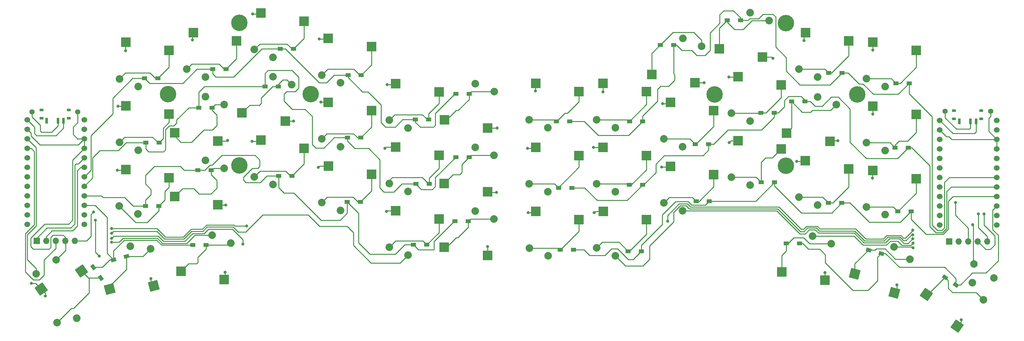
<source format=gbr>
%TF.GenerationSoftware,KiCad,Pcbnew,(6.0.5-0)*%
%TF.CreationDate,2022-12-11T16:35:27-08:00*%
%TF.ProjectId,Swept_3x6,53776570-745f-4337-9836-2e6b69636164,rev?*%
%TF.SameCoordinates,Original*%
%TF.FileFunction,Copper,L2,Bot*%
%TF.FilePolarity,Positive*%
%FSLAX46Y46*%
G04 Gerber Fmt 4.6, Leading zero omitted, Abs format (unit mm)*
G04 Created by KiCad (PCBNEW (6.0.5-0)) date 2022-12-11 16:35:27*
%MOMM*%
%LPD*%
G01*
G04 APERTURE LIST*
G04 Aperture macros list*
%AMRotRect*
0 Rectangle, with rotation*
0 The origin of the aperture is its center*
0 $1 length*
0 $2 width*
0 $3 Rotation angle, in degrees counterclockwise*
0 Add horizontal line*
21,1,$1,$2,0,0,$3*%
G04 Aperture macros list end*
%TA.AperFunction,ComponentPad*%
%ADD10C,1.524000*%
%TD*%
%TA.AperFunction,ComponentPad*%
%ADD11C,2.032000*%
%TD*%
%TA.AperFunction,SMDPad,CuDef*%
%ADD12R,2.600000X2.600000*%
%TD*%
%TA.AperFunction,SMDPad,CuDef*%
%ADD13RotRect,2.600000X2.600000X165.000000*%
%TD*%
%TA.AperFunction,ComponentPad*%
%ADD14C,2.000000*%
%TD*%
%TA.AperFunction,ComponentPad*%
%ADD15C,4.400000*%
%TD*%
%TA.AperFunction,SMDPad,CuDef*%
%ADD16RotRect,2.600000X2.600000X195.000000*%
%TD*%
%TA.AperFunction,SMDPad,CuDef*%
%ADD17RotRect,2.600000X2.600000X145.000000*%
%TD*%
%TA.AperFunction,ComponentPad*%
%ADD18C,1.397000*%
%TD*%
%TA.AperFunction,SMDPad,CuDef*%
%ADD19RotRect,2.600000X2.600000X35.000000*%
%TD*%
%TA.AperFunction,ComponentPad*%
%ADD20R,1.700000X1.700000*%
%TD*%
%TA.AperFunction,ComponentPad*%
%ADD21O,1.700000X1.700000*%
%TD*%
%TA.AperFunction,SMDPad,CuDef*%
%ADD22R,1.400000X1.000000*%
%TD*%
%TA.AperFunction,SMDPad,CuDef*%
%ADD23R,1.000000X0.800000*%
%TD*%
%TA.AperFunction,SMDPad,CuDef*%
%ADD24R,0.700000X1.500000*%
%TD*%
%TA.AperFunction,SMDPad,CuDef*%
%ADD25RotRect,1.400000X1.000000X145.000000*%
%TD*%
%TA.AperFunction,SMDPad,CuDef*%
%ADD26RotRect,1.400000X1.000000X305.000000*%
%TD*%
%TA.AperFunction,SMDPad,CuDef*%
%ADD27RotRect,1.400000X1.000000X165.000000*%
%TD*%
%TA.AperFunction,SMDPad,CuDef*%
%ADD28RotRect,1.400000X1.000000X15.000000*%
%TD*%
%TA.AperFunction,ViaPad*%
%ADD29C,0.800000*%
%TD*%
%TA.AperFunction,Conductor*%
%ADD30C,0.250000*%
%TD*%
G04 APERTURE END LIST*
D10*
%TO.P,U1,1,TX*%
%TO.N,CS*%
X277659800Y-49850000D03*
%TO.P,U1,2,RX*%
%TO.N,unconnected-(U1-Pad2)*%
X277659800Y-52390000D03*
%TO.P,U1,3,GND*%
%TO.N,gnd*%
X277659800Y-54930000D03*
%TO.P,U1,4,GND*%
X277659800Y-57470000D03*
%TO.P,U1,5,SDA*%
%TO.N,MOSI*%
X277659800Y-60010000D03*
%TO.P,U1,6,SCL*%
%TO.N,SCK*%
X277659800Y-62550000D03*
%TO.P,U1,7,D4*%
%TO.N,row_0*%
X277659800Y-65090000D03*
%TO.P,U1,8,C6*%
%TO.N,row_1*%
X277659800Y-67630000D03*
%TO.P,U1,9,D7*%
%TO.N,row_2*%
X277659800Y-70170000D03*
%TO.P,U1,10,E6*%
%TO.N,row_3*%
X277659800Y-72710000D03*
%TO.P,U1,11,B4*%
%TO.N,unconnected-(U1-Pad11)*%
X277659800Y-75250000D03*
%TO.P,U1,12,B5*%
%TO.N,unconnected-(U1-Pad12)*%
X277659800Y-77790000D03*
%TO.P,U1,13,B6*%
%TO.N,unconnected-(U1-Pad13)*%
X262439800Y-77790000D03*
%TO.P,U1,14,B2*%
%TO.N,unconnected-(U1-Pad14)*%
X262439800Y-75250000D03*
%TO.P,U1,15,B3*%
%TO.N,col5*%
X262439800Y-72710000D03*
%TO.P,U1,16,B1*%
%TO.N,col4*%
X262439800Y-70170000D03*
%TO.P,U1,17,F7*%
%TO.N,col3*%
X262439800Y-67630000D03*
%TO.P,U1,18,F6*%
%TO.N,col2*%
X262439800Y-65090000D03*
%TO.P,U1,19,F5*%
%TO.N,col1*%
X262439800Y-62550000D03*
%TO.P,U1,20,F4*%
%TO.N,col0*%
X262439800Y-60010000D03*
%TO.P,U1,21,VCC*%
%TO.N,vcc*%
X262439800Y-57470000D03*
%TO.P,U1,22,RST*%
%TO.N,reset*%
X262439800Y-54930000D03*
%TO.P,U1,23,GND*%
%TO.N,gnd*%
X262439800Y-52390000D03*
%TO.P,U1,24,RAW*%
%TO.N,raw*%
X262439800Y-49850000D03*
%TD*%
D11*
%TO.P,SW16,1,1*%
%TO.N,col2*%
X193776600Y-74022800D03*
D12*
X190501600Y-62172800D03*
%TO.P,SW16,2,2*%
%TO.N,Net-(D14-Pad2)*%
X202051600Y-64372800D03*
D11*
X188776600Y-71922800D03*
%TD*%
D12*
%TO.P,SW20,1,1*%
%TO.N,col3*%
X231748000Y-92589400D03*
D11*
X228473000Y-80739400D03*
%TO.P,SW20,2,2*%
%TO.N,Net-(D18-Pad2)*%
X233473000Y-82839400D03*
D12*
X220198000Y-90389400D03*
%TD*%
D11*
%TO.P,SW15,1,1*%
%TO.N,col1*%
X175818800Y-86037000D03*
D12*
X172543800Y-74187000D03*
D11*
%TO.P,SW15,2,2*%
%TO.N,Net-(D13-Pad2)*%
X170818800Y-83937000D03*
D12*
X184093800Y-76387000D03*
%TD*%
D11*
%TO.P,SW21,1,1*%
%TO.N,col4*%
X250193032Y-83658238D03*
D13*
X250289434Y-95952091D03*
%TO.P,SW21,2,2*%
%TO.N,Net-(D19-Pad2)*%
X239702392Y-90837694D03*
D11*
X254479142Y-86980777D03*
%TD*%
%TO.P,SW17,1,1*%
%TO.N,col3*%
X211785200Y-67139400D03*
D12*
X208510200Y-55289400D03*
%TO.P,SW17,2,2*%
%TO.N,Net-(D15-Pad2)*%
X220060200Y-57489400D03*
D11*
X206785200Y-65039400D03*
%TD*%
%TO.P,SW18,1,1*%
%TO.N,col4*%
X229793800Y-72498800D03*
D12*
X226518800Y-60648800D03*
%TO.P,SW18,2,2*%
%TO.N,Net-(D16-Pad2)*%
X238068800Y-62848800D03*
D11*
X224793800Y-70398800D03*
%TD*%
D12*
%TO.P,SW4,1,1*%
%TO.N,col2*%
X197077000Y-39833600D03*
D11*
X193802000Y-27983600D03*
D12*
%TO.P,SW4,2,2*%
%TO.N,Net-(D2-Pad2)*%
X185527000Y-37633600D03*
D11*
X198802000Y-30083600D03*
%TD*%
%TO.P,SW3,1,1*%
%TO.N,col1*%
X175793400Y-51823200D03*
D12*
X172518400Y-39973200D03*
D11*
%TO.P,SW3,2,2*%
%TO.N,Net-(D1-Pad2)*%
X170793400Y-49723200D03*
D12*
X184068400Y-42173200D03*
%TD*%
D11*
%TO.P,SW9,1,1*%
%TO.N,col1*%
X175793400Y-68917400D03*
D12*
X172518400Y-57067400D03*
%TO.P,SW9,2,2*%
%TO.N,Net-(D7-Pad2)*%
X184068400Y-59267400D03*
D11*
X170793400Y-66817400D03*
%TD*%
D12*
%TO.P,SW14,1,1*%
%TO.N,col0*%
X154535200Y-74212400D03*
D11*
X157810200Y-86062400D03*
D12*
%TO.P,SW14,2,2*%
%TO.N,Net-(D12-Pad2)*%
X166085200Y-76412400D03*
D11*
X152810200Y-83962400D03*
%TD*%
D12*
%TO.P,SW12,1,1*%
%TO.N,col4*%
X233068800Y-55429200D03*
D11*
X229793800Y-43579200D03*
%TO.P,SW12,2,2*%
%TO.N,Net-(D10-Pad2)*%
X234793800Y-45679200D03*
D12*
X221518800Y-53229200D03*
%TD*%
D11*
%TO.P,SW11,1,1*%
%TO.N,col3*%
X211785200Y-50019800D03*
D12*
X208510200Y-38169800D03*
D11*
%TO.P,SW11,2,2*%
%TO.N,Net-(D9-Pad2)*%
X206785200Y-47919800D03*
D12*
X220060200Y-40369800D03*
%TD*%
%TO.P,SW8,1,1*%
%TO.N,col0*%
X154509800Y-57092800D03*
D11*
X157784800Y-68942800D03*
D12*
%TO.P,SW8,2,2*%
%TO.N,Net-(D6-Pad2)*%
X166059800Y-59292800D03*
D11*
X152784800Y-66842800D03*
%TD*%
D12*
%TO.P,SW6,1,1*%
%TO.N,col4*%
X226544200Y-26409600D03*
D11*
X229819200Y-38259600D03*
D12*
%TO.P,SW6,2,2*%
%TO.N,Net-(D4-Pad2)*%
X238094200Y-28609600D03*
D11*
X224819200Y-36159600D03*
%TD*%
%TO.P,SW5,1,1*%
%TO.N,col3*%
X211810600Y-21125600D03*
D12*
X215085600Y-32975600D03*
%TO.P,SW5,2,2*%
%TO.N,Net-(D3-Pad2)*%
X203535600Y-30775600D03*
D11*
X216810600Y-23225600D03*
%TD*%
D12*
%TO.P,SW2,1,1*%
%TO.N,col0*%
X154509800Y-39973200D03*
D11*
X157784800Y-51823200D03*
%TO.P,SW2,2,2*%
%TO.N,Net-(D0-Pad2)*%
X152784800Y-49723200D03*
D12*
X166059800Y-42173200D03*
%TD*%
D14*
%TO.P,RSW1,1,1*%
%TO.N,gnd*%
X276852244Y-91994123D03*
%TO.P,RSW1,2,2*%
%TO.N,reset*%
X271527756Y-88265877D03*
%TD*%
D12*
%TO.P,SW10,1,1*%
%TO.N,col2*%
X190501600Y-45053200D03*
D11*
X193776600Y-56903200D03*
D12*
%TO.P,SW10,2,2*%
%TO.N,Net-(D8-Pad2)*%
X202051600Y-47253200D03*
D11*
X188776600Y-54803200D03*
%TD*%
D15*
%TO.P,REF\u002A\u002A,1*%
%TO.N,N/C*%
X240352000Y-42936000D03*
X202252000Y-42936000D03*
X221302000Y-23886000D03*
X221302000Y-61986000D03*
%TD*%
D10*
%TO.P,U2,1,TX*%
%TO.N,CSr*%
X33942000Y-49722800D03*
%TO.P,U2,2,RX*%
%TO.N,unconnected-(U2-Pad2)*%
X33942000Y-52262800D03*
%TO.P,U2,3,GND*%
%TO.N,gnd_r*%
X33942000Y-54802800D03*
%TO.P,U2,4,GND*%
X33942000Y-57342800D03*
%TO.P,U2,5,SDA*%
%TO.N,MOSIr*%
X33942000Y-59882800D03*
%TO.P,U2,6,SCL*%
%TO.N,SCKr*%
X33942000Y-62422800D03*
%TO.P,U2,7,D4*%
%TO.N,row_0r*%
X33942000Y-64962800D03*
%TO.P,U2,8,C6*%
%TO.N,row_1r*%
X33942000Y-67502800D03*
%TO.P,U2,9,D7*%
%TO.N,row_2r*%
X33942000Y-70042800D03*
%TO.P,U2,10,E6*%
%TO.N,row_3r*%
X33942000Y-72582800D03*
%TO.P,U2,11,B4*%
%TO.N,unconnected-(U2-Pad11)*%
X33942000Y-75122800D03*
%TO.P,U2,12,B5*%
%TO.N,unconnected-(U2-Pad12)*%
X33942000Y-77662800D03*
%TO.P,U2,13,B6*%
%TO.N,unconnected-(U2-Pad13)*%
X18722000Y-77662800D03*
%TO.P,U2,14,B2*%
%TO.N,unconnected-(U2-Pad14)*%
X18722000Y-75122800D03*
%TO.P,U2,15,B3*%
%TO.N,col5r*%
X18722000Y-72582800D03*
%TO.P,U2,16,B1*%
%TO.N,col4r*%
X18722000Y-70042800D03*
%TO.P,U2,17,F7*%
%TO.N,col3r*%
X18722000Y-67502800D03*
%TO.P,U2,18,F6*%
%TO.N,col2r*%
X18722000Y-64962800D03*
%TO.P,U2,19,F5*%
%TO.N,col1r*%
X18722000Y-62422800D03*
%TO.P,U2,20,F4*%
%TO.N,col0r*%
X18722000Y-59882800D03*
%TO.P,U2,21,VCC*%
%TO.N,vcc_r*%
X18722000Y-57342800D03*
%TO.P,U2,22,RST*%
%TO.N,reset_r*%
X18722000Y-54802800D03*
%TO.P,U2,23,GND*%
%TO.N,gnd_r*%
X18722000Y-52262800D03*
%TO.P,U2,24,RAW*%
%TO.N,raw_r*%
X18722000Y-49722800D03*
%TD*%
D12*
%TO.P,SW17_r1,1,1*%
%TO.N,col3r*%
X81103800Y-55162400D03*
D11*
X84378800Y-67012400D03*
%TO.P,SW17_r1,2,2*%
%TO.N,Net-(Dr15-Pad2)*%
X79378800Y-64912400D03*
D12*
X92653800Y-57362400D03*
%TD*%
D11*
%TO.P,SW11_r1,1,1*%
%TO.N,col3r*%
X84353400Y-38219800D03*
D12*
X87628400Y-50069800D03*
%TO.P,SW11_r1,2,2*%
%TO.N,Net-(Dr9-Pad2)*%
X76078400Y-47869800D03*
D11*
X89353400Y-40319800D03*
%TD*%
%TO.P,SW15_r1,1,1*%
%TO.N,col1r*%
X120396000Y-85859200D03*
D12*
X117121000Y-74009200D03*
D11*
%TO.P,SW15_r1,2,2*%
%TO.N,Net-(Dr13-Pad2)*%
X115396000Y-83759200D03*
D12*
X128671000Y-76209200D03*
%TD*%
D11*
%TO.P,SW18_r1,1,1*%
%TO.N,col4r*%
X66344800Y-60521000D03*
D12*
X69619800Y-72371000D03*
D11*
%TO.P,SW18_r1,2,2*%
%TO.N,Net-(Dr16-Pad2)*%
X71344800Y-62621000D03*
D12*
X58069800Y-70171000D03*
%TD*%
D11*
%TO.P,SW6_r1,1,1*%
%TO.N,col4r*%
X66344800Y-38259600D03*
D12*
X63069800Y-26409600D03*
%TO.P,SW6_r1,2,2*%
%TO.N,Net-(Dr4-Pad2)*%
X74619800Y-28609600D03*
D11*
X61344800Y-36159600D03*
%TD*%
%TO.P,SW5_r1,1,1*%
%TO.N,col3r*%
X84378800Y-33001800D03*
D12*
X81103800Y-21151800D03*
D11*
%TO.P,SW5_r1,2,2*%
%TO.N,Net-(Dr3-Pad2)*%
X79378800Y-30901800D03*
D12*
X92653800Y-23351800D03*
%TD*%
D11*
%TO.P,SW2_r1,1,1*%
%TO.N,col0r*%
X138404600Y-40074000D03*
D12*
X141679600Y-51924000D03*
D11*
%TO.P,SW2_r1,2,2*%
%TO.N,Net-(Dr0-Pad2)*%
X143404600Y-42174000D03*
D12*
X130129600Y-49724000D03*
%TD*%
D11*
%TO.P,SW16_r1,1,1*%
%TO.N,col2r*%
X102412800Y-73895800D03*
D12*
X99137800Y-62045800D03*
%TO.P,SW16_r1,2,2*%
%TO.N,Net-(Dr14-Pad2)*%
X110687800Y-64245800D03*
D11*
X97412800Y-71795800D03*
%TD*%
D12*
%TO.P,SW4_r1,1,1*%
%TO.N,col2r*%
X99112400Y-27984400D03*
D11*
X102387400Y-39834400D03*
%TO.P,SW4_r1,2,2*%
%TO.N,Net-(Dr2-Pad2)*%
X97387400Y-37734400D03*
D12*
X110662400Y-30184400D03*
%TD*%
%TO.P,SW13_r1,1,1*%
%TO.N,col5r*%
X45061200Y-45993000D03*
D11*
X48336200Y-57843000D03*
D12*
%TO.P,SW13_r1,2,2*%
%TO.N,Net-(Dr11-Pad2)*%
X56611200Y-48193000D03*
D11*
X43336200Y-55743000D03*
%TD*%
%TO.P,SW12_r1,1,1*%
%TO.N,col4r*%
X66344800Y-43528400D03*
D12*
X69619800Y-55378400D03*
%TO.P,SW12_r1,2,2*%
%TO.N,Net-(Dr10-Pad2)*%
X58069800Y-53178400D03*
D11*
X71344800Y-45628400D03*
%TD*%
D12*
%TO.P,SW3_r1,1,1*%
%TO.N,col1r*%
X117121000Y-40024000D03*
D11*
X120396000Y-51874000D03*
D12*
%TO.P,SW3_r1,2,2*%
%TO.N,Net-(Dr1-Pad2)*%
X128671000Y-42224000D03*
D11*
X115396000Y-49774000D03*
%TD*%
%TO.P,SW8_r1,1,1*%
%TO.N,col0r*%
X138379200Y-57066600D03*
D12*
X141654200Y-68916600D03*
D11*
%TO.P,SW8_r1,2,2*%
%TO.N,Net-(Dr6-Pad2)*%
X143379200Y-59166600D03*
D12*
X130104200Y-66716600D03*
%TD*%
D16*
%TO.P,SW21_r1,1,1*%
%TO.N,col4r*%
X52480780Y-94053626D03*
D11*
X46250368Y-83455038D03*
D16*
%TO.P,SW21_r1,2,2*%
%TO.N,Net-(Dr19-Pad2)*%
X40754935Y-94917949D03*
D11*
X51623517Y-84189387D03*
%TD*%
D12*
%TO.P,SW9_r1,1,1*%
%TO.N,col1r*%
X117121000Y-57016600D03*
D11*
X120396000Y-68866600D03*
%TO.P,SW9_r1,2,2*%
%TO.N,Net-(Dr7-Pad2)*%
X115396000Y-66766600D03*
D12*
X128671000Y-59216600D03*
%TD*%
D11*
%TO.P,SW20_r1,1,1*%
%TO.N,col3r*%
X68072000Y-80510800D03*
D12*
X71347000Y-92360800D03*
D11*
%TO.P,SW20_r1,2,2*%
%TO.N,Net-(Dr18-Pad2)*%
X73072000Y-82610800D03*
D12*
X59797000Y-90160800D03*
%TD*%
%TO.P,SW7_r1,1,1*%
%TO.N,col5r*%
X45061200Y-29000400D03*
D11*
X48336200Y-40850400D03*
D12*
%TO.P,SW7_r1,2,2*%
%TO.N,Net-(Dr5-Pad2)*%
X56611200Y-31200400D03*
D11*
X43336200Y-38750400D03*
%TD*%
D15*
%TO.P,REF\u002A\u002A,1*%
%TO.N,N/C*%
X94407400Y-42878400D03*
X56307400Y-42878400D03*
X75357400Y-61928400D03*
X75357400Y-23828400D03*
%TD*%
D14*
%TO.P,RSW2,1,1*%
%TO.N,gnd_r*%
X26412244Y-87115877D03*
%TO.P,RSW2,2,2*%
%TO.N,reset_r*%
X21087756Y-90844123D03*
%TD*%
D12*
%TO.P,SW13,1,1*%
%TO.N,col5*%
X244552800Y-46094600D03*
D11*
X247827800Y-57944600D03*
%TO.P,SW13,2,2*%
%TO.N,Net-(D11-Pad2)*%
X242827800Y-55844600D03*
D12*
X256102800Y-48294600D03*
%TD*%
D11*
%TO.P,SW22,1,1*%
%TO.N,col5*%
X271150901Y-93211003D03*
D17*
X267036743Y-104796417D03*
%TO.P,SW22,2,2*%
%TO.N,Net-(D20-Pad2)*%
X258837405Y-96369475D03*
D11*
X274042151Y-97799104D03*
%TD*%
%TO.P,SW19,1,1*%
%TO.N,col5*%
X247827800Y-75064200D03*
D12*
X244552800Y-63214200D03*
D11*
%TO.P,SW19,2,2*%
%TO.N,Net-(D17-Pad2)*%
X242827800Y-72964200D03*
D12*
X256102800Y-65414200D03*
%TD*%
%TO.P,SW19_r1,1,1*%
%TO.N,col5r*%
X45035800Y-63011000D03*
D11*
X48310800Y-74861000D03*
%TO.P,SW19_r1,2,2*%
%TO.N,Net-(Dr17-Pad2)*%
X43310800Y-72761000D03*
D12*
X56585800Y-65211000D03*
%TD*%
D18*
%TO.P,Bat+1,1,1*%
%TO.N,BT+*%
X263855200Y-47396400D03*
%TD*%
D12*
%TO.P,SW10_r1,1,1*%
%TO.N,col2r*%
X99112400Y-45027800D03*
D11*
X102387400Y-56877800D03*
%TO.P,SW10_r1,2,2*%
%TO.N,Net-(Dr8-Pad2)*%
X97387400Y-54777800D03*
D12*
X110662400Y-47227800D03*
%TD*%
D19*
%TO.P,SW22_r1,1,1*%
%TO.N,col5r*%
X22489033Y-94916438D03*
D11*
X31968637Y-102744927D03*
D19*
%TO.P,SW22_r1,2,2*%
%TO.N,Net-(Dr20-Pad2)*%
X33212108Y-90093765D03*
D11*
X26668366Y-103892590D03*
%TD*%
D18*
%TO.P,BatGND1,1,1*%
%TO.N,gnd*%
X275996400Y-47447200D03*
%TD*%
%TO.P,Bat+r1,1,1*%
%TO.N,BT+_r*%
X20040600Y-47574200D03*
%TD*%
D20*
%TO.P,J1,1,Pin_1*%
%TO.N,MOSI*%
X264965000Y-82180000D03*
D21*
%TO.P,J1,2,Pin_2*%
%TO.N,SCK*%
X267505000Y-82180000D03*
%TO.P,J1,3,Pin_3*%
%TO.N,vcc*%
X270045000Y-82180000D03*
%TO.P,J1,4,Pin_4*%
%TO.N,gnd*%
X272585000Y-82180000D03*
%TO.P,J1,5,Pin_5*%
%TO.N,CS*%
X275125000Y-82180000D03*
%TD*%
D12*
%TO.P,SW14_r1,1,1*%
%TO.N,col0r*%
X141654200Y-85934600D03*
D11*
X138379200Y-74084600D03*
D12*
%TO.P,SW14_r1,2,2*%
%TO.N,Net-(Dr12-Pad2)*%
X130104200Y-83734600D03*
D11*
X143379200Y-76184600D03*
%TD*%
%TO.P,SW7,1,1*%
%TO.N,col5*%
X247827800Y-40825000D03*
D12*
X244552800Y-28975000D03*
%TO.P,SW7,2,2*%
%TO.N,Net-(D5-Pad2)*%
X256102800Y-31175000D03*
D11*
X242827800Y-38725000D03*
%TD*%
D20*
%TO.P,J2,1,Pin_1*%
%TO.N,MOSIr*%
X21230000Y-82090000D03*
D21*
%TO.P,J2,2,Pin_2*%
%TO.N,SCKr*%
X23770000Y-82090000D03*
%TO.P,J2,3,Pin_3*%
%TO.N,vcc_r*%
X26310000Y-82090000D03*
%TO.P,J2,4,Pin_4*%
%TO.N,gnd_r*%
X28850000Y-82090000D03*
%TO.P,J2,5,Pin_5*%
%TO.N,CSr*%
X31390000Y-82090000D03*
%TD*%
D18*
%TO.P,BatGND4,1,1*%
%TO.N,gnd_r*%
X32207200Y-47625000D03*
%TD*%
D22*
%TO.P,D7,1,K*%
%TO.N,row_1*%
X183054800Y-67081400D03*
%TO.P,D7,2,A*%
%TO.N,Net-(D7-Pad2)*%
X179504800Y-67081400D03*
%TD*%
%TO.P,D18,1,K*%
%TO.N,row_3*%
X224987200Y-82727800D03*
%TO.P,D18,2,A*%
%TO.N,Net-(D18-Pad2)*%
X221437200Y-82727800D03*
%TD*%
%TO.P,Dr16,1,K*%
%TO.N,row_2r*%
X64315800Y-63195200D03*
%TO.P,Dr16,2,A*%
%TO.N,Net-(Dr16-Pad2)*%
X67865800Y-63195200D03*
%TD*%
%TO.P,Dr6,1,K*%
%TO.N,row_1r*%
X133172200Y-59690000D03*
%TO.P,Dr6,2,A*%
%TO.N,Net-(Dr6-Pad2)*%
X136722200Y-59690000D03*
%TD*%
%TO.P,Dr15,1,K*%
%TO.N,row_2r*%
X85905800Y-64693800D03*
%TO.P,Dr15,2,A*%
%TO.N,Net-(Dr15-Pad2)*%
X89455800Y-64693800D03*
%TD*%
%TO.P,Dr3,1,K*%
%TO.N,row_0r*%
X86312200Y-30759400D03*
%TO.P,Dr3,2,A*%
%TO.N,Net-(Dr3-Pad2)*%
X89862200Y-30759400D03*
%TD*%
%TO.P,Dr18,1,K*%
%TO.N,row_3r*%
X62915800Y-83159600D03*
%TO.P,Dr18,2,A*%
%TO.N,Net-(Dr18-Pad2)*%
X66465800Y-83159600D03*
%TD*%
%TO.P,Dr9,1,K*%
%TO.N,row_1r*%
X82197400Y-40843200D03*
%TO.P,Dr9,2,A*%
%TO.N,Net-(Dr9-Pad2)*%
X85747400Y-40843200D03*
%TD*%
%TO.P,D11,1,K*%
%TO.N,row_1*%
X254044800Y-57124600D03*
%TO.P,D11,2,A*%
%TO.N,Net-(D11-Pad2)*%
X250494800Y-57124600D03*
%TD*%
%TO.P,D17,1,K*%
%TO.N,row_2*%
X254781400Y-74193400D03*
%TO.P,D17,2,A*%
%TO.N,Net-(D17-Pad2)*%
X251231400Y-74193400D03*
%TD*%
%TO.P,D15,1,K*%
%TO.N,row_2*%
X218281600Y-66421000D03*
%TO.P,D15,2,A*%
%TO.N,Net-(D15-Pad2)*%
X214731600Y-66421000D03*
%TD*%
%TO.P,D2,1,K*%
%TO.N,row_0*%
X191335200Y-29692600D03*
%TO.P,D2,2,A*%
%TO.N,Net-(D2-Pad2)*%
X187785200Y-29692600D03*
%TD*%
%TO.P,Dr4,1,K*%
%TO.N,row_0r*%
X68252800Y-36169600D03*
%TO.P,Dr4,2,A*%
%TO.N,Net-(Dr4-Pad2)*%
X71802800Y-36169600D03*
%TD*%
%TO.P,D13,1,K*%
%TO.N,row_2*%
X182750000Y-84861400D03*
%TO.P,D13,2,A*%
%TO.N,Net-(D13-Pad2)*%
X179200000Y-84861400D03*
%TD*%
%TO.P,Dr10,1,K*%
%TO.N,row_1r*%
X64519000Y-46456600D03*
%TO.P,Dr10,2,A*%
%TO.N,Net-(Dr10-Pad2)*%
X68069000Y-46456600D03*
%TD*%
D23*
%TO.P,SW_POWER1,*%
%TO.N,*%
X273525000Y-47228800D03*
X266225000Y-49438800D03*
X273525000Y-49438800D03*
X266225000Y-47228800D03*
D24*
%TO.P,SW_POWER1,1,A*%
%TO.N,unconnected-(SW_POWER1-Pad1)*%
X267625000Y-50088800D03*
%TO.P,SW_POWER1,2,B*%
%TO.N,BT+*%
X270625000Y-50088800D03*
%TO.P,SW_POWER1,3,C*%
%TO.N,raw*%
X272125000Y-50088800D03*
%TD*%
D22*
%TO.P,D6,1,K*%
%TO.N,row_1*%
X164157200Y-67894200D03*
%TO.P,D6,2,A*%
%TO.N,Net-(D6-Pad2)*%
X160607200Y-67894200D03*
%TD*%
%TO.P,D3,1,K*%
%TO.N,row_0*%
X209191400Y-23139400D03*
%TO.P,D3,2,A*%
%TO.N,Net-(D3-Pad2)*%
X205641400Y-23139400D03*
%TD*%
%TO.P,Dr11,1,K*%
%TO.N,row_1r*%
X50396600Y-55829200D03*
%TO.P,Dr11,2,A*%
%TO.N,Net-(Dr11-Pad2)*%
X53946600Y-55829200D03*
%TD*%
%TO.P,Dr2,1,K*%
%TO.N,row_0r*%
X104371600Y-37769800D03*
%TO.P,Dr2,2,A*%
%TO.N,Net-(Dr2-Pad2)*%
X107921600Y-37769800D03*
%TD*%
D25*
%TO.P,D20,1,K*%
%TO.N,row_3*%
X266737790Y-93806396D03*
%TO.P,D20,2,A*%
%TO.N,Net-(D20-Pad2)*%
X263829800Y-91770200D03*
%TD*%
D22*
%TO.P,D16,1,K*%
%TO.N,row_2*%
X236239400Y-71907400D03*
%TO.P,D16,2,A*%
%TO.N,Net-(D16-Pad2)*%
X232689400Y-71907400D03*
%TD*%
%TO.P,Dr0,1,K*%
%TO.N,row_0r*%
X133172200Y-42773600D03*
%TO.P,Dr0,2,A*%
%TO.N,Net-(Dr0-Pad2)*%
X136722200Y-42773600D03*
%TD*%
D26*
%TO.P,Dr20,1,K*%
%TO.N,row_3r*%
X36311902Y-89086005D03*
%TO.P,Dr20,2,A*%
%TO.N,Net-(Dr20-Pad2)*%
X38348098Y-91993995D03*
%TD*%
D22*
%TO.P,Dr7,1,K*%
%TO.N,row_1r*%
X122532600Y-66802000D03*
%TO.P,Dr7,2,A*%
%TO.N,Net-(Dr7-Pad2)*%
X126082600Y-66802000D03*
%TD*%
%TO.P,Dr5,1,K*%
%TO.N,row_0r*%
X50066400Y-38633400D03*
%TO.P,Dr5,2,A*%
%TO.N,Net-(Dr5-Pad2)*%
X53616400Y-38633400D03*
%TD*%
%TO.P,Dr12,1,K*%
%TO.N,row_2r*%
X132943600Y-76835000D03*
%TO.P,Dr12,2,A*%
%TO.N,Net-(Dr12-Pad2)*%
X136493600Y-76835000D03*
%TD*%
D27*
%TO.P,D19,1,K*%
%TO.N,row_3*%
X246837236Y-85399208D03*
%TO.P,D19,2,A*%
%TO.N,Net-(D19-Pad2)*%
X243408200Y-84480400D03*
%TD*%
D22*
%TO.P,Dr1,1,K*%
%TO.N,row_0r*%
X122380200Y-49657000D03*
%TO.P,Dr1,2,A*%
%TO.N,Net-(Dr1-Pad2)*%
X125930200Y-49657000D03*
%TD*%
D23*
%TO.P,SW_POWERR1,*%
%TO.N,*%
X22512000Y-47101800D03*
X29812000Y-47101800D03*
X22512000Y-49311800D03*
X29812000Y-49311800D03*
D24*
%TO.P,SW_POWERR1,1,A*%
%TO.N,unconnected-(SW_POWERR1-Pad1)*%
X23912000Y-49961800D03*
%TO.P,SW_POWERR1,2,B*%
%TO.N,BT+_r*%
X26912000Y-49961800D03*
%TO.P,SW_POWERR1,3,C*%
%TO.N,raw_r*%
X28412000Y-49961800D03*
%TD*%
D22*
%TO.P,Dr14,1,K*%
%TO.N,row_2r*%
X104193800Y-71602600D03*
%TO.P,Dr14,2,A*%
%TO.N,Net-(Dr14-Pad2)*%
X107743800Y-71602600D03*
%TD*%
%TO.P,D10,1,K*%
%TO.N,row_1*%
X226409600Y-44831000D03*
%TO.P,D10,2,A*%
%TO.N,Net-(D10-Pad2)*%
X222859600Y-44831000D03*
%TD*%
%TO.P,D9,1,K*%
%TO.N,row_1*%
X218230800Y-47828200D03*
%TO.P,D9,2,A*%
%TO.N,Net-(D9-Pad2)*%
X214680800Y-47828200D03*
%TD*%
%TO.P,Dr13,1,K*%
%TO.N,row_2r*%
X121872200Y-83083400D03*
%TO.P,Dr13,2,A*%
%TO.N,Net-(Dr13-Pad2)*%
X125422200Y-83083400D03*
%TD*%
%TO.P,D12,1,K*%
%TO.N,row_2*%
X164639800Y-84455000D03*
%TO.P,D12,2,A*%
%TO.N,Net-(D12-Pad2)*%
X161089800Y-84455000D03*
%TD*%
%TO.P,D4,1,K*%
%TO.N,row_0*%
X236315600Y-37160200D03*
%TO.P,D4,2,A*%
%TO.N,Net-(D4-Pad2)*%
X232765600Y-37160200D03*
%TD*%
%TO.P,D0,1,K*%
%TO.N,row_0*%
X163623800Y-50088800D03*
%TO.P,D0,2,A*%
%TO.N,Net-(D0-Pad2)*%
X160073800Y-50088800D03*
%TD*%
%TO.P,D14,1,K*%
%TO.N,row_2*%
X200885600Y-71424800D03*
%TO.P,D14,2,A*%
%TO.N,Net-(D14-Pad2)*%
X197335600Y-71424800D03*
%TD*%
%TO.P,Dr8,1,K*%
%TO.N,row_1r*%
X104244600Y-54483000D03*
%TO.P,Dr8,2,A*%
%TO.N,Net-(Dr8-Pad2)*%
X107794600Y-54483000D03*
%TD*%
D28*
%TO.P,Dr19,1,K*%
%TO.N,row_3r*%
X41783000Y-87096600D03*
%TO.P,Dr19,2,A*%
%TO.N,Net-(Dr19-Pad2)*%
X45212036Y-86177792D03*
%TD*%
D22*
%TO.P,D5,1,K*%
%TO.N,row_0*%
X254273400Y-39928800D03*
%TO.P,D5,2,A*%
%TO.N,Net-(D5-Pad2)*%
X250723400Y-39928800D03*
%TD*%
%TO.P,Dr17,1,K*%
%TO.N,row_2r*%
X50320400Y-72771000D03*
%TO.P,Dr17,2,A*%
%TO.N,Net-(Dr17-Pad2)*%
X53870400Y-72771000D03*
%TD*%
%TO.P,D1,1,K*%
%TO.N,row_0*%
X183105600Y-50088800D03*
%TO.P,D1,2,A*%
%TO.N,Net-(D1-Pad2)*%
X179555600Y-50088800D03*
%TD*%
%TO.P,D8,1,K*%
%TO.N,row_1*%
X200704800Y-56261000D03*
%TO.P,D8,2,A*%
%TO.N,Net-(D8-Pad2)*%
X197154800Y-56261000D03*
%TD*%
D29*
%TO.N,gnd*%
X274260000Y-74860000D03*
%TO.N,vcc*%
X266620000Y-71770000D03*
%TO.N,reset*%
X271230000Y-77750000D03*
%TO.N,CS*%
X272740000Y-74890000D03*
%TO.N,CSr*%
X36395000Y-74345000D03*
%TO.N,col0*%
X189763400Y-76809600D03*
X255219200Y-79171800D03*
X154457400Y-42011600D03*
X152501600Y-74472800D03*
X152323800Y-57302400D03*
%TO.N,col1*%
X255219200Y-80483697D03*
X170103800Y-74498200D03*
X169976800Y-57073800D03*
X172516800Y-42240200D03*
%TO.N,col2*%
X255219200Y-81483200D03*
X188188600Y-62306200D03*
X188417200Y-45364400D03*
X199517000Y-39801800D03*
%TO.N,col3*%
X206121000Y-38277800D03*
X217855800Y-33274000D03*
X206171800Y-55778400D03*
X255270000Y-82651600D03*
X231724200Y-90551000D03*
%TO.N,col4*%
X226187000Y-28549600D03*
X255320800Y-83921600D03*
X235204000Y-55321200D03*
X250952000Y-93827600D03*
X224256600Y-60782200D03*
%TO.N,col5*%
X244475000Y-65303400D03*
X244576600Y-48158400D03*
X244551200Y-31064200D03*
X268198600Y-103124000D03*
%TO.N,col0r*%
X77343000Y-78028800D03*
X41275000Y-78765400D03*
X144170400Y-51866800D03*
X144018000Y-69062600D03*
X141630400Y-83540600D03*
%TO.N,col1r*%
X114249200Y-57327800D03*
X114808000Y-40335200D03*
X114655600Y-74168000D03*
X41249600Y-80010000D03*
%TO.N,col2r*%
X96494600Y-62382400D03*
X97104200Y-44983400D03*
X96723200Y-28092400D03*
X41249600Y-81356200D03*
X76327000Y-82854800D03*
%TO.N,col3r*%
X89814400Y-50063400D03*
X71602600Y-90398600D03*
X78968600Y-21463000D03*
X41249600Y-82397600D03*
X78765400Y-55448200D03*
%TO.N,col4r*%
X51790600Y-92100400D03*
X72212200Y-55194200D03*
X62865000Y-28371800D03*
X71729600Y-72440800D03*
%TO.N,col5r*%
X37973000Y-86131400D03*
X42976800Y-46075600D03*
X23571200Y-96748600D03*
X42773600Y-63169800D03*
X36906200Y-76530200D03*
X45008800Y-31267400D03*
X19837400Y-93370400D03*
%TD*%
D30*
%TO.N,BT+*%
X270357600Y-52197000D02*
X270625000Y-51929600D01*
X270625000Y-51929600D02*
X270625000Y-50088800D01*
X263855200Y-49199800D02*
X266852400Y-52197000D01*
X263855200Y-47396400D02*
X263855200Y-49199800D01*
X266852400Y-52197000D02*
X270357600Y-52197000D01*
%TO.N,gnd*%
X272585000Y-82180000D02*
X274755000Y-84350000D01*
X274755000Y-84350000D02*
X275050000Y-84350000D01*
X275996400Y-47447200D02*
X275996400Y-48793400D01*
X275488400Y-49301400D02*
X275488400Y-52758600D01*
X275996400Y-48793400D02*
X275488400Y-49301400D01*
X265597600Y-54930000D02*
X277659800Y-54930000D01*
X275050000Y-84350000D02*
X275900000Y-84350000D01*
X276110000Y-79670000D02*
X274260000Y-77820000D01*
X262439800Y-52390000D02*
X264202600Y-54152800D01*
X264202600Y-54152800D02*
X264820400Y-54152800D01*
X277659800Y-54930000D02*
X277659800Y-57470000D01*
X277110000Y-83140000D02*
X277110000Y-80670000D01*
X275488400Y-52758600D02*
X277659800Y-54930000D01*
X277110000Y-80670000D02*
X276110000Y-79670000D01*
X275900000Y-84350000D02*
X277110000Y-83140000D01*
X274260000Y-77820000D02*
X274260000Y-74860000D01*
X264820400Y-54152800D02*
X265597600Y-54930000D01*
%TO.N,vcc*%
X270045000Y-78655000D02*
X266780000Y-75390000D01*
X270045000Y-82180000D02*
X270045000Y-78655000D01*
X266620000Y-75230000D02*
X266620000Y-71770000D01*
X266780000Y-75390000D02*
X266620000Y-75230000D01*
%TO.N,reset*%
X271340000Y-88078121D02*
X271527756Y-88265877D01*
X271230000Y-77750000D02*
X271340000Y-77860000D01*
X271340000Y-77860000D02*
X271340000Y-88078121D01*
%TO.N,raw*%
X272135600Y-52933600D02*
X272125000Y-52923000D01*
X262439800Y-49850000D02*
X265929800Y-53340000D01*
X272125000Y-52923000D02*
X272125000Y-50088800D01*
X271729200Y-53340000D02*
X272135600Y-52933600D01*
X265929800Y-53340000D02*
X271729200Y-53340000D01*
%TO.N,BT+_r*%
X20040600Y-48945800D02*
X22199600Y-51104800D01*
X22199600Y-52679600D02*
X22529800Y-53009800D01*
X25247600Y-53009800D02*
X26912000Y-51345400D01*
X22529800Y-53009800D02*
X25247600Y-53009800D01*
X22199600Y-51104800D02*
X22199600Y-52679600D01*
X26912000Y-51345400D02*
X26912000Y-49961800D01*
X20040600Y-47574200D02*
X20040600Y-48945800D01*
%TO.N,reset_r*%
X21080000Y-57160800D02*
X18722000Y-54802800D01*
X21087756Y-90844123D02*
X21087756Y-89407756D01*
X18690000Y-80470000D02*
X21080000Y-78080000D01*
X18690000Y-87010000D02*
X18690000Y-80470000D01*
X21087756Y-89407756D02*
X18690000Y-87010000D01*
X21080000Y-78080000D02*
X21080000Y-57160800D01*
%TO.N,CS*%
X275125000Y-82180000D02*
X275125000Y-80855000D01*
X272740000Y-78470000D02*
X272740000Y-74890000D01*
X275125000Y-80855000D02*
X272740000Y-78470000D01*
%TO.N,MOSIr*%
X21230000Y-81380000D02*
X24010000Y-78600000D01*
X31390000Y-77580000D02*
X31390000Y-61850000D01*
X24010000Y-78600000D02*
X30370000Y-78600000D01*
X31780000Y-61460000D02*
X32364800Y-61460000D01*
X31390000Y-61850000D02*
X31780000Y-61460000D01*
X30370000Y-78600000D02*
X31390000Y-77580000D01*
X21230000Y-82090000D02*
X21230000Y-81380000D01*
X32364800Y-61460000D02*
X33942000Y-59882800D01*
%TO.N,SCKr*%
X33007200Y-62422800D02*
X33942000Y-62422800D01*
X23770000Y-80920000D02*
X25340000Y-79350000D01*
X32140000Y-63290000D02*
X33007200Y-62422800D01*
X23770000Y-82090000D02*
X23770000Y-80920000D01*
X30870000Y-79350000D02*
X32140000Y-78080000D01*
X25340000Y-79350000D02*
X30870000Y-79350000D01*
X32140000Y-78080000D02*
X32140000Y-63290000D01*
%TO.N,CSr*%
X35780000Y-80840000D02*
X35780000Y-74960000D01*
X35780000Y-74960000D02*
X36395000Y-74345000D01*
X31390000Y-82090000D02*
X34530000Y-82090000D01*
X36395000Y-74345000D02*
X36410000Y-74330000D01*
X34530000Y-82090000D02*
X35780000Y-80840000D01*
%TO.N,gnd_r*%
X32207200Y-47625000D02*
X32207200Y-50419000D01*
X29780000Y-77550000D02*
X30840000Y-76490000D01*
X20330000Y-84220000D02*
X19660000Y-83550000D01*
X32207200Y-54838600D02*
X32243000Y-54802800D01*
X30988000Y-51638200D02*
X30988000Y-53619400D01*
X33942000Y-54802800D02*
X33942000Y-57342800D01*
X19735800Y-53276600D02*
X19735800Y-54000400D01*
X19660000Y-83550000D02*
X19660000Y-81310978D01*
X25030000Y-81100000D02*
X25030000Y-83720000D01*
X32382200Y-56362600D02*
X33942000Y-54802800D01*
X28950000Y-84578121D02*
X28950000Y-82100000D01*
X32207200Y-50419000D02*
X30988000Y-51638200D01*
X30988000Y-53619400D02*
X32207200Y-54838600D01*
X22098000Y-56362600D02*
X32382200Y-56362600D01*
X23420978Y-77550000D02*
X29780000Y-77550000D01*
X28850000Y-81070000D02*
X28300000Y-80520000D01*
X25610000Y-80520000D02*
X25030000Y-81100000D01*
X28850000Y-82090000D02*
X28850000Y-81070000D01*
X18722000Y-52262800D02*
X19735800Y-53276600D01*
X28300000Y-80520000D02*
X25610000Y-80520000D01*
X19660000Y-81310978D02*
X23420978Y-77550000D01*
X30840000Y-60444800D02*
X33942000Y-57342800D01*
X19735800Y-54000400D02*
X22098000Y-56362600D01*
X25030000Y-83720000D02*
X24530000Y-84220000D01*
X24530000Y-84220000D02*
X20330000Y-84220000D01*
X30840000Y-76490000D02*
X30840000Y-60444800D01*
X26412244Y-87115877D02*
X28950000Y-84578121D01*
X32243000Y-54802800D02*
X33942000Y-54802800D01*
%TO.N,vcc_r*%
X21970000Y-92480000D02*
X20360000Y-92480000D01*
X26310000Y-82090000D02*
X26310000Y-84090000D01*
X23250000Y-91200000D02*
X21970000Y-92480000D01*
X19802800Y-57342800D02*
X18722000Y-57342800D01*
X20600000Y-58140000D02*
X19802800Y-57342800D01*
X26310000Y-84090000D02*
X23250000Y-87150000D01*
X20600000Y-77750000D02*
X20600000Y-58140000D01*
X20360000Y-92480000D02*
X18240000Y-90360000D01*
X18240000Y-90360000D02*
X18240000Y-80110000D01*
X18240000Y-80110000D02*
X20600000Y-77750000D01*
X23250000Y-87150000D02*
X23250000Y-91200000D01*
%TO.N,row_0*%
X263700000Y-78490000D02*
X263700000Y-66410000D01*
X201091800Y-26492200D02*
X203682600Y-23901400D01*
X197561200Y-32537400D02*
X199720200Y-32537400D01*
X240868200Y-40106600D02*
X241909600Y-40106600D01*
X207289400Y-20548600D02*
X209191400Y-22450600D01*
X183105600Y-48694800D02*
X187071000Y-44729400D01*
X265020000Y-65090000D02*
X277659800Y-65090000D01*
X218592400Y-30251400D02*
X221411800Y-33070800D01*
X217906600Y-21539200D02*
X218592400Y-22225000D01*
X236315600Y-37160200D02*
X237921800Y-37160200D01*
X179346400Y-53848000D02*
X183105600Y-50088800D01*
X163623800Y-50088800D02*
X167487600Y-50088800D01*
X203682600Y-21590000D02*
X204724000Y-20548600D01*
X187071000Y-44729400D02*
X187071000Y-41579800D01*
X191335200Y-37385800D02*
X191335200Y-29692600D01*
X260350000Y-48818800D02*
X260350000Y-77780000D01*
X233115200Y-40360600D02*
X236315600Y-37160200D01*
X215214200Y-21539200D02*
X217906600Y-21539200D01*
X193598800Y-31191200D02*
X196215000Y-31191200D01*
X211175600Y-23139400D02*
X211658200Y-22656800D01*
X244678200Y-42875200D02*
X251327000Y-42875200D01*
X196215000Y-31191200D02*
X197561200Y-32537400D01*
X209191400Y-22450600D02*
X209191400Y-23139400D01*
X187934600Y-40716200D02*
X189992000Y-40716200D01*
X261790000Y-79220000D02*
X262970000Y-79220000D01*
X191592200Y-39116000D02*
X191592200Y-37642800D01*
X189992000Y-40716200D02*
X191592200Y-39116000D01*
X260350000Y-77780000D02*
X261790000Y-79220000D01*
X254273400Y-42742200D02*
X260350000Y-48818800D01*
X214096600Y-22656800D02*
X215214200Y-21539200D01*
X241909600Y-40106600D02*
X244678200Y-42875200D01*
X204724000Y-20548600D02*
X207289400Y-20548600D01*
X187071000Y-41579800D02*
X187934600Y-40716200D01*
X167487600Y-50088800D02*
X171246800Y-53848000D01*
X209191400Y-23139400D02*
X211175600Y-23139400D01*
X251327000Y-42875200D02*
X254273400Y-39928800D01*
X191592200Y-37642800D02*
X191335200Y-37385800D01*
X192100200Y-29692600D02*
X193598800Y-31191200D01*
X263700000Y-66410000D02*
X265020000Y-65090000D01*
X201091800Y-31165800D02*
X201091800Y-26492200D01*
X199720200Y-32537400D02*
X201091800Y-31165800D01*
X221411800Y-36703000D02*
X225069400Y-40360600D01*
X254273400Y-39928800D02*
X254273400Y-42742200D01*
X262970000Y-79220000D02*
X263700000Y-78490000D01*
X218592400Y-22225000D02*
X218592400Y-30251400D01*
X171246800Y-53848000D02*
X179346400Y-53848000D01*
X183105600Y-50088800D02*
X183105600Y-48694800D01*
X191335200Y-29692600D02*
X192100200Y-29692600D01*
X211658200Y-22656800D02*
X214096600Y-22656800D01*
X221411800Y-33070800D02*
X221411800Y-36703000D01*
X203682600Y-23901400D02*
X203682600Y-21590000D01*
X237921800Y-37160200D02*
X240868200Y-40106600D01*
X225069400Y-40360600D02*
X233115200Y-40360600D01*
%TO.N,Net-(D0-Pad2)*%
X160147000Y-50088800D02*
X162306000Y-47929800D01*
X159708200Y-49723200D02*
X160073800Y-50088800D01*
X162306000Y-47929800D02*
X163011208Y-47929800D01*
X152784800Y-49723200D02*
X159708200Y-49723200D01*
X163011208Y-47929800D02*
X166059800Y-44881208D01*
X160073800Y-50088800D02*
X160147000Y-50088800D01*
X166059800Y-44881208D02*
X166059800Y-42173200D01*
%TO.N,Net-(D2-Pad2)*%
X198802000Y-28444200D02*
X196672200Y-26314400D01*
X196672200Y-26314400D02*
X191163400Y-26314400D01*
X198802000Y-30083600D02*
X198802000Y-28444200D01*
X185527000Y-31950800D02*
X187785200Y-29692600D01*
X185527000Y-37633600D02*
X185527000Y-31950800D01*
X191163400Y-26314400D02*
X187785200Y-29692600D01*
%TO.N,row_1*%
X167614600Y-67894200D02*
X170967400Y-71247000D01*
X254914400Y-57124600D02*
X259800000Y-62010200D01*
X218230800Y-49028000D02*
X218230800Y-47828200D01*
X219329000Y-47828200D02*
X220903800Y-46253400D01*
X222046800Y-43459400D02*
X225399600Y-43459400D01*
X233476800Y-43637200D02*
X235331000Y-43637200D01*
X251123800Y-60045600D02*
X254044800Y-57124600D01*
X227863400Y-44831000D02*
X229108000Y-46075600D01*
X200704800Y-57791000D02*
X200704800Y-56261000D01*
X264260000Y-78740000D02*
X264260000Y-68880000D01*
X231038400Y-46075600D02*
X233476800Y-43637200D01*
X238480600Y-46786800D02*
X238480600Y-55702200D01*
X220903800Y-44602400D02*
X222046800Y-43459400D01*
X242824000Y-60045600D02*
X251123800Y-60045600D01*
X186613800Y-61518800D02*
X188849000Y-59283600D01*
X186613800Y-63804800D02*
X186613800Y-61518800D01*
X178917600Y-71247000D02*
X183054800Y-67109800D01*
X261370000Y-79830000D02*
X263170000Y-79830000D01*
X226409600Y-44469400D02*
X226409600Y-44831000D01*
X259800000Y-62010200D02*
X259800000Y-78260000D01*
X254044800Y-57124600D02*
X254914400Y-57124600D01*
X235331000Y-43637200D02*
X238480600Y-46786800D01*
X229108000Y-46075600D02*
X231038400Y-46075600D01*
X205841600Y-52451000D02*
X214807800Y-52451000D01*
X188849000Y-59283600D02*
X199212200Y-59283600D01*
X200704800Y-56261000D02*
X202031600Y-56261000D01*
X264260000Y-68880000D02*
X265510000Y-67630000D01*
X218230800Y-47828200D02*
X219329000Y-47828200D01*
X265510000Y-67630000D02*
X277659800Y-67630000D01*
X226409600Y-44831000D02*
X227863400Y-44831000D01*
X183054800Y-67109800D02*
X183054800Y-67081400D01*
X170967400Y-71247000D02*
X178917600Y-71247000D01*
X259800000Y-78260000D02*
X261370000Y-79830000D01*
X199212200Y-59283600D02*
X200704800Y-57791000D01*
X183054800Y-67081400D02*
X183337200Y-67081400D01*
X238480600Y-55702200D02*
X242824000Y-60045600D01*
X214807800Y-52451000D02*
X218230800Y-49028000D01*
X202031600Y-56261000D02*
X205841600Y-52451000D01*
X220903800Y-46253400D02*
X220903800Y-44602400D01*
X164157200Y-67894200D02*
X167614600Y-67894200D01*
X225399600Y-43459400D02*
X226409600Y-44469400D01*
X263170000Y-79830000D02*
X264260000Y-78740000D01*
X183337200Y-67081400D02*
X186613800Y-63804800D01*
%TO.N,Net-(D6-Pad2)*%
X166059800Y-59292800D02*
X166059800Y-62337000D01*
X152784800Y-66842800D02*
X159555800Y-66842800D01*
X159555800Y-66842800D02*
X160607200Y-67894200D01*
X166059800Y-62337000D02*
X160607200Y-67789600D01*
X160607200Y-67789600D02*
X160607200Y-67894200D01*
%TO.N,Net-(D7-Pad2)*%
X184068400Y-63048200D02*
X180035200Y-67081400D01*
X179240800Y-66817400D02*
X179504800Y-67081400D01*
X180035200Y-67081400D02*
X179504800Y-67081400D01*
X184068400Y-59267400D02*
X184068400Y-63048200D01*
X170793400Y-66817400D02*
X179240800Y-66817400D01*
%TO.N,Net-(D8-Pad2)*%
X202051600Y-47253200D02*
X202051600Y-51465800D01*
X188776600Y-54803200D02*
X195697000Y-54803200D01*
X195697000Y-54803200D02*
X197154800Y-56261000D01*
X197256400Y-56261000D02*
X197154800Y-56261000D01*
X202051600Y-51465800D02*
X197256400Y-56261000D01*
%TO.N,row_2*%
X176377600Y-84201000D02*
X179247800Y-87071200D01*
X188290200Y-77673200D02*
X188290200Y-75133200D01*
X254781400Y-74193400D02*
X254781400Y-76281400D01*
X167436800Y-84455000D02*
X168960800Y-85979000D01*
X238455200Y-71907400D02*
X243636800Y-77089000D01*
X218281600Y-66421000D02*
X218281600Y-67380200D01*
X174752000Y-84201000D02*
X176377600Y-84201000D01*
X264709520Y-78926197D02*
X264709520Y-71450480D01*
X182750000Y-84861400D02*
X182750000Y-83213400D01*
X168960800Y-85979000D02*
X172974000Y-85979000D01*
X179247800Y-87071200D02*
X180540200Y-87071200D01*
X172974000Y-85979000D02*
X174752000Y-84201000D01*
X251885800Y-77089000D02*
X254781400Y-74193400D01*
X264709520Y-71450480D02*
X265990000Y-70170000D01*
X233572400Y-74574400D02*
X236239400Y-71907400D01*
X180540200Y-87071200D02*
X182750000Y-84861400D01*
X200885600Y-71424800D02*
X213277800Y-71424800D01*
X265990000Y-70170000D02*
X277659800Y-70170000D01*
X263355717Y-80280000D02*
X264709520Y-78926197D01*
X188290200Y-75133200D02*
X191871600Y-71551800D01*
X236239400Y-71907400D02*
X238455200Y-71907400D01*
X164639800Y-84455000D02*
X167436800Y-84455000D01*
X191871600Y-71551800D02*
X195249800Y-71551800D01*
X254781400Y-76281400D02*
X258780000Y-80280000D01*
X243636800Y-77089000D02*
X251885800Y-77089000D01*
X195249800Y-71551800D02*
X196215000Y-72517000D01*
X199793400Y-72517000D02*
X200885600Y-71424800D01*
X225475800Y-74574400D02*
X233572400Y-74574400D01*
X213277800Y-71424800D02*
X218281600Y-66421000D01*
X218281600Y-67380200D02*
X225475800Y-74574400D01*
X196215000Y-72517000D02*
X199793400Y-72517000D01*
X258780000Y-80280000D02*
X263355717Y-80280000D01*
X182750000Y-83213400D02*
X188290200Y-77673200D01*
%TO.N,Net-(D12-Pad2)*%
X152810200Y-83962400D02*
X160597200Y-83962400D01*
X160597200Y-83962400D02*
X161089800Y-84455000D01*
X161137600Y-84455000D02*
X161089800Y-84455000D01*
X166085200Y-79507400D02*
X161137600Y-84455000D01*
X166085200Y-76412400D02*
X166085200Y-79507400D01*
%TO.N,Net-(D13-Pad2)*%
X184093800Y-80244000D02*
X179476400Y-84861400D01*
X179476400Y-84861400D02*
X179200000Y-84861400D01*
X176761600Y-82423000D02*
X179200000Y-84861400D01*
X170818800Y-83937000D02*
X172332800Y-82423000D01*
X172332800Y-82423000D02*
X176761600Y-82423000D01*
X184093800Y-76387000D02*
X184093800Y-80244000D01*
%TO.N,Net-(D14-Pad2)*%
X196395800Y-70485000D02*
X197335600Y-71424800D01*
X188776600Y-71922800D02*
X190214400Y-70485000D01*
X202051600Y-67594800D02*
X198221600Y-71424800D01*
X202051600Y-64372800D02*
X202051600Y-67594800D01*
X190214400Y-70485000D02*
X196395800Y-70485000D01*
X198221600Y-71424800D02*
X197335600Y-71424800D01*
%TO.N,Net-(D15-Pad2)*%
X206785200Y-65039400D02*
X213350000Y-65039400D01*
X215925400Y-59893200D02*
X214731600Y-61087000D01*
X220060200Y-57489400D02*
X217656400Y-59893200D01*
X213350000Y-65039400D02*
X214731600Y-66421000D01*
X217656400Y-59893200D02*
X215925400Y-59893200D01*
X214731600Y-61087000D02*
X214731600Y-66421000D01*
%TO.N,row_3*%
X224987200Y-82727800D02*
X225856800Y-82727800D01*
X231876600Y-85750400D02*
X231876600Y-87884000D01*
X274790000Y-90620000D02*
X278030000Y-87380000D01*
X251637800Y-89077800D02*
X263728200Y-89077800D01*
X271150000Y-90620000D02*
X274790000Y-90620000D01*
X278030000Y-80550000D02*
X276540000Y-79060000D01*
X246837236Y-85399208D02*
X247959208Y-85399208D01*
X245846600Y-92684600D02*
X245846600Y-86389844D01*
X230378000Y-84251800D02*
X231876600Y-85750400D01*
X245846600Y-86389844D02*
X246837236Y-85399208D01*
X243306600Y-95224600D02*
X245846600Y-92684600D01*
X247959208Y-85399208D02*
X251637800Y-89077800D01*
X276540000Y-73829800D02*
X277659800Y-72710000D01*
X266737790Y-93806396D02*
X267963604Y-93806396D01*
X239217200Y-95224600D02*
X243306600Y-95224600D01*
X227380800Y-84251800D02*
X230378000Y-84251800D01*
X278030000Y-87380000D02*
X278030000Y-80550000D01*
X225856800Y-82727800D02*
X227380800Y-84251800D01*
X231876600Y-87884000D02*
X239217200Y-95224600D01*
X266737790Y-92087390D02*
X266737790Y-93806396D01*
X276540000Y-79060000D02*
X276540000Y-73829800D01*
X267963604Y-93806396D02*
X271150000Y-90620000D01*
X263728200Y-89077800D02*
X266737790Y-92087390D01*
%TO.N,Net-(D19-Pad2)*%
X245160800Y-84480400D02*
X245440200Y-84201000D01*
X245440200Y-84201000D02*
X247802400Y-84201000D01*
X243408200Y-84480400D02*
X239702392Y-88186208D01*
X247802400Y-84201000D02*
X250582177Y-86980777D01*
X239702392Y-88186208D02*
X239702392Y-90837694D01*
X243408200Y-84480400D02*
X245160800Y-84480400D01*
X250582177Y-86980777D02*
X254479142Y-86980777D01*
%TO.N,Net-(D20-Pad2)*%
X263829800Y-91770200D02*
X259230525Y-96369475D01*
X272102647Y-95859600D02*
X274042151Y-97799104D01*
X264718800Y-92659200D02*
X264718800Y-94716600D01*
X263829800Y-91770200D02*
X264718800Y-92659200D01*
X259230525Y-96369475D02*
X258837405Y-96369475D01*
X264718800Y-94716600D02*
X265861800Y-95859600D01*
X265861800Y-95859600D02*
X272102647Y-95859600D01*
%TO.N,col0*%
X229758360Y-78171160D02*
X226857440Y-78171160D01*
X154300200Y-57302400D02*
X154509800Y-57092800D01*
X242646200Y-81508600D02*
X240004600Y-78867000D01*
X194978080Y-72169080D02*
X192829120Y-72169080D01*
X154457400Y-40025600D02*
X154509800Y-39973200D01*
X252034877Y-80584160D02*
X248218840Y-80584160D01*
X219489080Y-73032680D02*
X195841680Y-73032680D01*
X152501600Y-74472800D02*
X154274800Y-74472800D01*
X225374200Y-78917800D02*
X219489080Y-73032680D01*
X154457400Y-42011600D02*
X154457400Y-40025600D01*
X226110800Y-78917800D02*
X225374200Y-78917800D01*
X252705317Y-81254600D02*
X252034877Y-80584160D01*
X240004600Y-78867000D02*
X230454200Y-78867000D01*
X152323800Y-57302400D02*
X154300200Y-57302400D01*
X230454200Y-78867000D02*
X229758360Y-78171160D01*
X189763400Y-75234800D02*
X189763400Y-76809600D01*
X248218840Y-80584160D02*
X247294400Y-81508600D01*
X253263400Y-81254600D02*
X252705317Y-81254600D01*
X226857440Y-78171160D02*
X226110800Y-78917800D01*
X255219200Y-79298800D02*
X253263400Y-81254600D01*
X154274800Y-74472800D02*
X154535200Y-74212400D01*
X192829120Y-72169080D02*
X189763400Y-75234800D01*
X247294400Y-81508600D02*
X242646200Y-81508600D01*
X195841680Y-73032680D02*
X194978080Y-72169080D01*
X255219200Y-79171800D02*
X255219200Y-79298800D01*
%TO.N,col1*%
X253390400Y-81940400D02*
X252755400Y-81940400D01*
X225247200Y-79578200D02*
X219151200Y-73482200D01*
X219151200Y-73482200D02*
X195554600Y-73482200D01*
X255219200Y-80483697D02*
X254847103Y-80483697D01*
X183159400Y-88696800D02*
X178478600Y-88696800D01*
X195554600Y-73482200D02*
X194691000Y-72618600D01*
X184912000Y-83413600D02*
X184912000Y-86944200D01*
X170415000Y-74187000D02*
X172543800Y-74187000D01*
X184912000Y-86944200D02*
X183159400Y-88696800D01*
X247548400Y-82016600D02*
X242341400Y-82016600D01*
X252755400Y-81940400D02*
X251848680Y-81033680D01*
X251848680Y-81033680D02*
X248531320Y-81033680D01*
X172518400Y-39973200D02*
X172518400Y-42238600D01*
X170103800Y-74498200D02*
X170415000Y-74187000D01*
X227119120Y-78620680D02*
X226161600Y-79578200D01*
X254847103Y-80483697D02*
X253390400Y-81940400D01*
X169976800Y-57073800D02*
X169983200Y-57067400D01*
X191338200Y-76987400D02*
X184912000Y-83413600D01*
X191338200Y-74396600D02*
X191338200Y-76987400D01*
X229496680Y-78620680D02*
X227119120Y-78620680D01*
X172518400Y-42238600D02*
X172516800Y-42240200D01*
X226161600Y-79578200D02*
X225247200Y-79578200D01*
X194691000Y-72618600D02*
X193116200Y-72618600D01*
X230276400Y-79400400D02*
X229496680Y-78620680D01*
X248531320Y-81033680D02*
X247548400Y-82016600D01*
X242341400Y-82016600D02*
X239725200Y-79400400D01*
X169983200Y-57067400D02*
X172518400Y-57067400D01*
X239725200Y-79400400D02*
X230276400Y-79400400D01*
X193116200Y-72618600D02*
X191338200Y-74396600D01*
X178478600Y-88696800D02*
X175818800Y-86037000D01*
%TO.N,col2*%
X218904400Y-74022800D02*
X193776600Y-74022800D01*
X227558600Y-79070200D02*
X226466400Y-80162400D01*
X226466400Y-80162400D02*
X225044000Y-80162400D01*
X255219200Y-81483200D02*
X254000000Y-82702400D01*
X225044000Y-80162400D02*
X218904400Y-74022800D01*
X230047800Y-79959200D02*
X229158800Y-79070200D01*
X252831600Y-82702400D02*
X251612400Y-81483200D01*
X188188600Y-62306200D02*
X190368200Y-62306200D01*
X239598200Y-79959200D02*
X230047800Y-79959200D01*
X229158800Y-79070200D02*
X227558600Y-79070200D01*
X190190400Y-45364400D02*
X190501600Y-45053200D01*
X242163600Y-82524600D02*
X239598200Y-79959200D01*
X254000000Y-82702400D02*
X252831600Y-82702400D01*
X190368200Y-62306200D02*
X190501600Y-62172800D01*
X248996200Y-81483200D02*
X247954800Y-82524600D01*
X199517000Y-39801800D02*
X197108800Y-39801800D01*
X251612400Y-81483200D02*
X248996200Y-81483200D01*
X188417200Y-45364400D02*
X190190400Y-45364400D01*
X197108800Y-39801800D02*
X197077000Y-39833600D01*
X247954800Y-82524600D02*
X242163600Y-82524600D01*
%TO.N,col3*%
X249250200Y-82092800D02*
X248183400Y-83159600D01*
X248183400Y-83159600D02*
X241935000Y-83159600D01*
X239514800Y-80739400D02*
X228473000Y-80739400D01*
X241935000Y-83159600D02*
X239514800Y-80739400D01*
X206171800Y-55778400D02*
X206660800Y-55289400D01*
X251231400Y-82092800D02*
X249250200Y-82092800D01*
X231724200Y-92565600D02*
X231748000Y-92589400D01*
X206121000Y-38277800D02*
X208402200Y-38277800D01*
X206660800Y-55289400D02*
X208510200Y-55289400D01*
X254712882Y-83208718D02*
X252347318Y-83208718D01*
X252347318Y-83208718D02*
X251231400Y-82092800D01*
X231724200Y-90551000D02*
X231724200Y-92565600D01*
X217855800Y-33274000D02*
X217557400Y-32975600D01*
X208402200Y-38277800D02*
X208510200Y-38169800D01*
X255270000Y-82651600D02*
X254712882Y-83208718D01*
X217557400Y-32975600D02*
X215085600Y-32975600D01*
%TO.N,col4*%
X235204000Y-55321200D02*
X233176800Y-55321200D01*
X250952000Y-93827600D02*
X250952000Y-95289525D01*
X250952000Y-95289525D02*
X250289434Y-95952091D01*
X255057438Y-83658238D02*
X250193032Y-83658238D01*
X255320800Y-83921600D02*
X255057438Y-83658238D01*
X226385400Y-60782200D02*
X226518800Y-60648800D01*
X233176800Y-55321200D02*
X233068800Y-55429200D01*
X226187000Y-28549600D02*
X226187000Y-26766800D01*
X226187000Y-26766800D02*
X226544200Y-26409600D01*
X224256600Y-60782200D02*
X226385400Y-60782200D01*
%TO.N,col5*%
X244551200Y-28976600D02*
X244552800Y-28975000D01*
X244475000Y-63292000D02*
X244552800Y-63214200D01*
X244576600Y-48158400D02*
X244576600Y-46118400D01*
X244576600Y-46118400D02*
X244552800Y-46094600D01*
X268198600Y-103634560D02*
X267036743Y-104796417D01*
X244551200Y-31064200D02*
X244551200Y-28976600D01*
X244475000Y-65303400D02*
X244475000Y-63292000D01*
X268198600Y-103124000D02*
X268198600Y-103634560D01*
%TO.N,Net-(D1-Pad2)*%
X184068400Y-42173200D02*
X184068400Y-45576000D01*
X179190000Y-49723200D02*
X179555600Y-50088800D01*
X170793400Y-49723200D02*
X179190000Y-49723200D01*
X184068400Y-45576000D02*
X179555600Y-50088800D01*
%TO.N,Net-(D3-Pad2)*%
X203535600Y-25245200D02*
X203535600Y-30775600D01*
X205641400Y-23139400D02*
X205641400Y-23625000D01*
X205641400Y-23625000D02*
X207594200Y-25577800D01*
X205641400Y-23139400D02*
X203535600Y-25245200D01*
X209931000Y-25577800D02*
X212283200Y-23225600D01*
X207594200Y-25577800D02*
X209931000Y-25577800D01*
X212283200Y-23225600D02*
X216810600Y-23225600D01*
%TO.N,Net-(D4-Pad2)*%
X224819200Y-36159600D02*
X231765000Y-36159600D01*
X238094200Y-28609600D02*
X238094200Y-32619000D01*
X238094200Y-32619000D02*
X233553000Y-37160200D01*
X233553000Y-37160200D02*
X232765600Y-37160200D01*
X231765000Y-36159600D02*
X232765600Y-37160200D01*
%TO.N,Net-(D5-Pad2)*%
X251866400Y-39928800D02*
X250723400Y-39928800D01*
X242827800Y-38725000D02*
X249519600Y-38725000D01*
X256102800Y-35692400D02*
X251866400Y-39928800D01*
X249519600Y-38725000D02*
X250723400Y-39928800D01*
X256102800Y-31175000D02*
X256102800Y-35692400D01*
%TO.N,Net-(D9-Pad2)*%
X220060200Y-43795000D02*
X216027000Y-47828200D01*
X206785200Y-47919800D02*
X214589200Y-47919800D01*
X214589200Y-47919800D02*
X214680800Y-47828200D01*
X216027000Y-47828200D02*
X214680800Y-47828200D01*
X220060200Y-40369800D02*
X220060200Y-43795000D01*
%TO.N,Net-(D10-Pad2)*%
X227965000Y-47650400D02*
X228422200Y-47193200D01*
X233279800Y-47193200D02*
X234793800Y-45679200D01*
X222859600Y-51888400D02*
X221518800Y-53229200D01*
X222859600Y-44831000D02*
X222859600Y-51888400D01*
X225679000Y-47650400D02*
X227965000Y-47650400D01*
X222859600Y-44831000D02*
X225679000Y-47650400D01*
X228422200Y-47193200D02*
X233279800Y-47193200D01*
%TO.N,Net-(D11-Pad2)*%
X253822200Y-55397400D02*
X251536200Y-55397400D01*
X249214800Y-55844600D02*
X250494800Y-57124600D01*
X242827800Y-55844600D02*
X249214800Y-55844600D01*
X250494800Y-56438800D02*
X250494800Y-57124600D01*
X256102800Y-53116800D02*
X253822200Y-55397400D01*
X256102800Y-48294600D02*
X256102800Y-53116800D01*
X251536200Y-55397400D02*
X250494800Y-56438800D01*
%TO.N,Net-(D16-Pad2)*%
X224793800Y-70398800D02*
X231180800Y-70398800D01*
X233857800Y-71907400D02*
X232689400Y-71907400D01*
X231180800Y-70398800D02*
X232689400Y-71907400D01*
X238068800Y-67696400D02*
X233857800Y-71907400D01*
X238068800Y-62848800D02*
X238068800Y-67696400D01*
%TO.N,Net-(D17-Pad2)*%
X250002200Y-72964200D02*
X251231400Y-74193400D01*
X256102800Y-65414200D02*
X256102800Y-69322000D01*
X242827800Y-72964200D02*
X250002200Y-72964200D01*
X256102800Y-69322000D02*
X251231400Y-74193400D01*
%TO.N,Net-(D18-Pad2)*%
X223469200Y-81203800D02*
X226060000Y-81203800D01*
X227695600Y-82839400D02*
X233473000Y-82839400D01*
X221437200Y-82727800D02*
X221945200Y-82727800D01*
X221437200Y-82727800D02*
X221437200Y-84734400D01*
X221945200Y-82727800D02*
X223469200Y-81203800D01*
X221437200Y-84734400D02*
X220198000Y-85973600D01*
X220198000Y-85973600D02*
X220198000Y-90389400D01*
X226060000Y-81203800D02*
X227695600Y-82839400D01*
%TO.N,raw_r*%
X20650200Y-51651000D02*
X20650200Y-53365400D01*
X18722000Y-49722800D02*
X20650200Y-51651000D01*
X21183600Y-53898800D02*
X26416000Y-53898800D01*
X20650200Y-53365400D02*
X21183600Y-53898800D01*
X26416000Y-53898800D02*
X28412000Y-51902800D01*
X28412000Y-51902800D02*
X28412000Y-49961800D01*
%TO.N,row_0r*%
X87655400Y-30759400D02*
X86312200Y-30759400D01*
X109728000Y-42240200D02*
X108229400Y-42240200D01*
X60274200Y-39954200D02*
X51387200Y-39954200D01*
X114427000Y-51638200D02*
X113233200Y-50444400D01*
X122380200Y-50371200D02*
X122380200Y-49657000D01*
X41579800Y-48082200D02*
X35763200Y-53898800D01*
X41579800Y-43916600D02*
X41579800Y-48082200D01*
X81416970Y-30759400D02*
X73873170Y-38303200D01*
X35763200Y-63141600D02*
X33942000Y-64962800D01*
X113233200Y-45745400D02*
X109728000Y-42240200D01*
X108229400Y-42240200D02*
X104371600Y-38382400D01*
X116992400Y-51638200D02*
X114427000Y-51638200D01*
X127203200Y-51689000D02*
X123698000Y-51689000D01*
X118973600Y-49657000D02*
X116992400Y-51638200D01*
X113233200Y-50444400D02*
X113233200Y-45745400D01*
X127685800Y-48006000D02*
X127685800Y-51206400D01*
X73873170Y-38303200D02*
X69138800Y-38303200D01*
X133172200Y-42773600D02*
X132918200Y-42773600D01*
X86312200Y-30759400D02*
X81416970Y-30759400D01*
X96672400Y-39776400D02*
X87655400Y-30759400D01*
X104371600Y-38382400D02*
X104371600Y-37769800D01*
X132918200Y-42773600D02*
X127685800Y-48006000D01*
X46863000Y-38633400D02*
X41579800Y-43916600D01*
X104371600Y-37769800D02*
X100685600Y-37769800D01*
X127685800Y-51206400D02*
X127203200Y-51689000D01*
X123698000Y-51689000D02*
X122380200Y-50371200D01*
X122380200Y-49657000D02*
X118973600Y-49657000D01*
X100685600Y-37769800D02*
X98679000Y-39776400D01*
X64058800Y-36169600D02*
X60274200Y-39954200D01*
X98679000Y-39776400D02*
X96672400Y-39776400D01*
X69138800Y-38303200D02*
X68252800Y-37417200D01*
X51387200Y-39954200D02*
X50066400Y-38633400D01*
X68252800Y-37417200D02*
X68252800Y-36169600D01*
X35763200Y-53898800D02*
X35763200Y-63141600D01*
X68252800Y-36169600D02*
X64058800Y-36169600D01*
X50066400Y-38633400D02*
X46863000Y-38633400D01*
%TO.N,Net-(Dr0-Pad2)*%
X136722200Y-42773600D02*
X136722200Y-44278200D01*
X130753626Y-49724000D02*
X130129600Y-49724000D01*
X133284426Y-47193200D02*
X130753626Y-49724000D01*
X137321800Y-42174000D02*
X136722200Y-42773600D01*
X136722200Y-44278200D02*
X133807200Y-47193200D01*
X143404600Y-42174000D02*
X137321800Y-42174000D01*
X133807200Y-47193200D02*
X133284426Y-47193200D01*
%TO.N,Net-(Dr1-Pad2)*%
X116859200Y-48310800D02*
X115396000Y-49774000D01*
X124256800Y-48310800D02*
X116859200Y-48310800D01*
X125603000Y-49657000D02*
X124256800Y-48310800D01*
X128671000Y-42224000D02*
X128671000Y-45344400D01*
X128671000Y-45344400D02*
X125930200Y-48085200D01*
X125930200Y-49657000D02*
X125603000Y-49657000D01*
X125930200Y-48085200D02*
X125930200Y-49657000D01*
%TO.N,Net-(Dr2-Pad2)*%
X110662400Y-30184400D02*
X110662400Y-35029000D01*
X98977600Y-36144200D02*
X97387400Y-37734400D01*
X107543600Y-37769800D02*
X105918000Y-36144200D01*
X107921600Y-37769800D02*
X107543600Y-37769800D01*
X110662400Y-35029000D02*
X107921600Y-37769800D01*
X105918000Y-36144200D02*
X98977600Y-36144200D01*
%TO.N,Net-(Dr3-Pad2)*%
X80842000Y-29438600D02*
X79378800Y-30901800D01*
X88112600Y-29438600D02*
X80842000Y-29438600D01*
X92653800Y-27967800D02*
X89862200Y-30759400D01*
X92653800Y-23351800D02*
X92653800Y-27967800D01*
X89433400Y-30759400D02*
X88112600Y-29438600D01*
X89862200Y-30759400D02*
X89433400Y-30759400D01*
%TO.N,Net-(Dr4-Pad2)*%
X74619800Y-28609600D02*
X74619800Y-33352600D01*
X71802800Y-36169600D02*
X71297800Y-36169600D01*
X74619800Y-33352600D02*
X71802800Y-36169600D01*
X69951600Y-34823400D02*
X62681000Y-34823400D01*
X71297800Y-36169600D02*
X69951600Y-34823400D01*
X62681000Y-34823400D02*
X61344800Y-36159600D01*
%TO.N,Net-(Dr5-Pad2)*%
X44901000Y-37185600D02*
X43336200Y-38750400D01*
X52908200Y-38633400D02*
X51460400Y-37185600D01*
X53616400Y-38633400D02*
X52908200Y-38633400D01*
X56611200Y-35638600D02*
X53616400Y-38633400D01*
X56611200Y-31200400D02*
X56611200Y-35638600D01*
X51460400Y-37185600D02*
X44901000Y-37185600D01*
%TO.N,row_1r*%
X127736600Y-67513200D02*
X126923800Y-68326000D01*
X94843600Y-56286400D02*
X94843600Y-48793400D01*
X95758000Y-57200800D02*
X94843600Y-56286400D01*
X104244600Y-55400400D02*
X104244600Y-54483000D01*
X89484200Y-46888400D02*
X87274400Y-44678600D01*
X82197400Y-37309600D02*
X82197400Y-40843200D01*
X94843600Y-48793400D02*
X92938600Y-46888400D01*
X87274400Y-44678600D02*
X87274400Y-42875200D01*
X109880400Y-57327800D02*
X106172000Y-57327800D01*
X127736600Y-65125600D02*
X127736600Y-67513200D01*
X58648600Y-50520600D02*
X57861200Y-51308000D01*
X55092600Y-58242200D02*
X51130200Y-58242200D01*
X133172200Y-59690000D02*
X127736600Y-65125600D01*
X106172000Y-57327800D02*
X104244600Y-55400400D01*
X92938600Y-46888400D02*
X89484200Y-46888400D01*
X87960200Y-42189400D02*
X90246200Y-42189400D01*
X91186000Y-38252400D02*
X89408000Y-36474400D01*
X104244600Y-54483000D02*
X100660200Y-54483000D01*
X100660200Y-54483000D02*
X97942400Y-57200800D01*
X50396600Y-57508600D02*
X50396600Y-55829200D01*
X45145770Y-55829200D02*
X43037570Y-57937400D01*
X114020600Y-69011800D02*
X112903000Y-67894200D01*
X87274400Y-42875200D02*
X87960200Y-42189400D01*
X61925200Y-46456600D02*
X58648600Y-49733200D01*
X126923800Y-68326000D02*
X124002800Y-68326000D01*
X83032600Y-36474400D02*
X82197400Y-37309600D01*
X90246200Y-42189400D02*
X91186000Y-41249600D01*
X112903000Y-60350400D02*
X109880400Y-57327800D01*
X55626000Y-57708800D02*
X55092600Y-58242200D01*
X112903000Y-67894200D02*
X112903000Y-60350400D01*
X57861200Y-51308000D02*
X56691178Y-51308000D01*
X97942400Y-57200800D02*
X95758000Y-57200800D01*
X36212720Y-59875480D02*
X36212720Y-65232080D01*
X58648600Y-49733200D02*
X58648600Y-50520600D01*
X64519000Y-46456600D02*
X61925200Y-46456600D01*
X122532600Y-66855800D02*
X122532600Y-66802000D01*
X51130200Y-58242200D02*
X50396600Y-57508600D01*
X116611400Y-69011800D02*
X114020600Y-69011800D01*
X56691178Y-51308000D02*
X55626000Y-52373178D01*
X91186000Y-41249600D02*
X91186000Y-38252400D01*
X55626000Y-52373178D02*
X55626000Y-57708800D01*
X124002800Y-68326000D02*
X122532600Y-66855800D01*
X38150800Y-57937400D02*
X36212720Y-59875480D01*
X66040000Y-40843200D02*
X64516000Y-42367200D01*
X50396600Y-55829200D02*
X45145770Y-55829200D01*
X82197400Y-40843200D02*
X66040000Y-40843200D01*
X118821200Y-66802000D02*
X116611400Y-69011800D01*
X64519000Y-42370200D02*
X64519000Y-46456600D01*
X36212720Y-65232080D02*
X33942000Y-67502800D01*
X89408000Y-36474400D02*
X83032600Y-36474400D01*
X64516000Y-42367200D02*
X64519000Y-42370200D01*
X43037570Y-57937400D02*
X38150800Y-57937400D01*
X122532600Y-66802000D02*
X118821200Y-66802000D01*
%TO.N,Net-(Dr6-Pad2)*%
X134797800Y-61614400D02*
X134797800Y-63754000D01*
X143379200Y-59166600D02*
X137245600Y-59166600D01*
X134797800Y-63754000D02*
X134188200Y-64363600D01*
X136722200Y-59690000D02*
X134797800Y-61614400D01*
X134188200Y-64363600D02*
X132457200Y-64363600D01*
X132457200Y-64363600D02*
X130104200Y-66716600D01*
X137245600Y-59166600D02*
X136722200Y-59690000D01*
%TO.N,Net-(Dr7-Pad2)*%
X128671000Y-62667200D02*
X126082600Y-65255600D01*
X126082600Y-65255600D02*
X126082600Y-66802000D01*
X125933200Y-66802000D02*
X126082600Y-66802000D01*
X115396000Y-66766600D02*
X115396000Y-65934600D01*
X124256800Y-65125600D02*
X125933200Y-66802000D01*
X115396000Y-65934600D02*
X116205000Y-65125600D01*
X116205000Y-65125600D02*
X124256800Y-65125600D01*
X128671000Y-59216600D02*
X128671000Y-62667200D01*
%TO.N,Net-(Dr8-Pad2)*%
X98749000Y-53416200D02*
X97387400Y-54777800D01*
X107794600Y-54483000D02*
X106959400Y-54483000D01*
X110662400Y-47227800D02*
X110662400Y-51615200D01*
X105892600Y-53416200D02*
X98749000Y-53416200D01*
X110662400Y-51615200D02*
X107794600Y-54483000D01*
X106959400Y-54483000D02*
X105892600Y-53416200D01*
%TO.N,Net-(Dr9-Pad2)*%
X81178400Y-45313600D02*
X80670400Y-45821600D01*
X85747400Y-40843200D02*
X84226400Y-40843200D01*
X81178400Y-43891200D02*
X81178400Y-45313600D01*
X89353400Y-40319800D02*
X88098800Y-39065200D01*
X85747400Y-40262000D02*
X85747400Y-40843200D01*
X78126600Y-45821600D02*
X76078400Y-47869800D01*
X88098800Y-39065200D02*
X86944200Y-39065200D01*
X80670400Y-45821600D02*
X78126600Y-45821600D01*
X86944200Y-39065200D02*
X85747400Y-40262000D01*
X84226400Y-40843200D02*
X81178400Y-43891200D01*
%TO.N,Net-(Dr10-Pad2)*%
X69392800Y-51231800D02*
X68199000Y-52425600D01*
X68069000Y-46456600D02*
X68069000Y-47139400D01*
X65887600Y-52425600D02*
X62611000Y-55702200D01*
X68199000Y-52425600D02*
X65887600Y-52425600D01*
X59740800Y-55702200D02*
X58069800Y-54031200D01*
X71344800Y-45628400D02*
X68897200Y-45628400D01*
X68069000Y-47139400D02*
X69392800Y-48463200D01*
X68897200Y-45628400D02*
X68069000Y-46456600D01*
X69392800Y-48463200D02*
X69392800Y-51231800D01*
X62611000Y-55702200D02*
X59740800Y-55702200D01*
X58069800Y-54031200D02*
X58069800Y-53178400D01*
%TO.N,Net-(Dr11-Pad2)*%
X56611200Y-48193000D02*
X56611200Y-50424400D01*
X52197000Y-54356000D02*
X44723200Y-54356000D01*
X53946600Y-55829200D02*
X53670200Y-55829200D01*
X55061621Y-54714179D02*
X53946600Y-55829200D01*
X56611200Y-50424400D02*
X55061621Y-51973979D01*
X55061621Y-51973979D02*
X55061621Y-54714179D01*
X53670200Y-55829200D02*
X52197000Y-54356000D01*
X44723200Y-54356000D02*
X43336200Y-55743000D01*
%TO.N,row_2r*%
X38963600Y-70485000D02*
X38521400Y-70042800D01*
X50292000Y-64541400D02*
X50292000Y-66802000D01*
X107238800Y-82550000D02*
X107238800Y-74647600D01*
X132943600Y-76835000D02*
X132740400Y-76835000D01*
X85905800Y-67846400D02*
X85905800Y-64693800D01*
X51790600Y-68300600D02*
X51790600Y-69646800D01*
X107238800Y-74647600D02*
X104193800Y-71602600D01*
X64315800Y-63195200D02*
X60604400Y-63195200D01*
X47040800Y-72771000D02*
X44754800Y-70485000D01*
X119583200Y-83083400D02*
X117068600Y-85598000D01*
X52654200Y-62179200D02*
X50292000Y-64541400D01*
X127381000Y-84455000D02*
X123243800Y-84455000D01*
X50320400Y-72771000D02*
X47040800Y-72771000D01*
X70713600Y-59182000D02*
X68072000Y-61823600D01*
X117068600Y-85598000D02*
X110286800Y-85598000D01*
X104193800Y-71602600D02*
X104193800Y-74596800D01*
X44754800Y-70485000D02*
X38963600Y-70485000D01*
X87325200Y-69265800D02*
X85905800Y-67846400D01*
X85905800Y-64693800D02*
X82753200Y-64693800D01*
X110286800Y-85598000D02*
X107238800Y-82550000D01*
X132740400Y-76835000D02*
X127381000Y-82194400D01*
X78841600Y-62661800D02*
X80289400Y-62661800D01*
X80822800Y-60426600D02*
X79578200Y-59182000D01*
X80822800Y-62128400D02*
X80822800Y-60426600D01*
X50292000Y-66802000D02*
X51790600Y-68300600D01*
X38521400Y-70042800D02*
X33942000Y-70042800D01*
X51790600Y-69646800D02*
X50320400Y-71117000D01*
X50320400Y-71117000D02*
X50320400Y-72771000D01*
X76479400Y-65811400D02*
X76479400Y-65024000D01*
X79578200Y-59182000D02*
X70713600Y-59182000D01*
X67476289Y-61823600D02*
X66104689Y-63195200D01*
X104193800Y-74596800D02*
X102260400Y-76530200D01*
X76479400Y-65024000D02*
X78841600Y-62661800D01*
X80975200Y-66471800D02*
X77139800Y-66471800D01*
X80289400Y-62661800D02*
X80822800Y-62128400D01*
X77139800Y-66471800D02*
X76479400Y-65811400D01*
X123243800Y-84455000D02*
X121872200Y-83083400D01*
X127381000Y-82194400D02*
X127381000Y-84455000D01*
X97231200Y-76530200D02*
X89966800Y-69265800D01*
X82753200Y-64693800D02*
X80975200Y-66471800D01*
X66104689Y-63195200D02*
X64315800Y-63195200D01*
X59588400Y-62179200D02*
X52654200Y-62179200D01*
X89966800Y-69265800D02*
X87325200Y-69265800D01*
X102260400Y-76530200D02*
X97231200Y-76530200D01*
X68072000Y-61823600D02*
X67476289Y-61823600D01*
X60604400Y-63195200D02*
X59588400Y-62179200D01*
X121872200Y-83083400D02*
X119583200Y-83083400D01*
%TO.N,Net-(Dr12-Pad2)*%
X133731000Y-81178400D02*
X133284426Y-81178400D01*
X143379200Y-76184600D02*
X137144000Y-76184600D01*
X137144000Y-76184600D02*
X136493600Y-76835000D01*
X136493600Y-76835000D02*
X136493600Y-78415800D01*
X136493600Y-78415800D02*
X133731000Y-81178400D01*
X130728226Y-83734600D02*
X130104200Y-83734600D01*
X133284426Y-81178400D02*
X130728226Y-83734600D01*
%TO.N,Net-(Dr13-Pad2)*%
X128671000Y-76209200D02*
X128671000Y-79834600D01*
X121261302Y-82048221D02*
X119530698Y-82048221D01*
X119530698Y-82048221D02*
X119524477Y-82042000D01*
X119524477Y-82042000D02*
X117113200Y-82042000D01*
X124380800Y-82042000D02*
X121267523Y-82042000D01*
X121267523Y-82042000D02*
X121261302Y-82048221D01*
X125422200Y-83083400D02*
X124380800Y-82042000D01*
X128671000Y-79834600D02*
X125422200Y-83083400D01*
X117113200Y-82042000D02*
X115396000Y-83759200D01*
%TO.N,Net-(Dr14-Pad2)*%
X110687800Y-64245800D02*
X110687800Y-68658600D01*
X110687800Y-68658600D02*
X107743800Y-71602600D01*
X107010200Y-71602600D02*
X105791000Y-70383400D01*
X107743800Y-71602600D02*
X107010200Y-71602600D01*
X105791000Y-70383400D02*
X98825200Y-70383400D01*
X98825200Y-70383400D02*
X97412800Y-71795800D01*
%TO.N,Net-(Dr15-Pad2)*%
X80892800Y-63398400D02*
X79378800Y-64912400D01*
X92653800Y-57362400D02*
X92653800Y-61495800D01*
X89027000Y-64693800D02*
X87731600Y-63398400D01*
X92653800Y-61495800D02*
X89455800Y-64693800D01*
X87731600Y-63398400D02*
X80892800Y-63398400D01*
X89455800Y-64693800D02*
X89027000Y-64693800D01*
%TO.N,Net-(Dr16-Pad2)*%
X68440000Y-62621000D02*
X67865800Y-63195200D01*
X67865800Y-63195200D02*
X67865800Y-64386000D01*
X60194200Y-68046600D02*
X58069800Y-70171000D01*
X64643000Y-69545200D02*
X63144400Y-68046600D01*
X69367400Y-65887600D02*
X69367400Y-67970400D01*
X71344800Y-62621000D02*
X68440000Y-62621000D01*
X67865800Y-64386000D02*
X69367400Y-65887600D01*
X63144400Y-68046600D02*
X60194200Y-68046600D01*
X69367400Y-67970400D02*
X67792600Y-69545200D01*
X67792600Y-69545200D02*
X64643000Y-69545200D01*
%TO.N,Net-(Dr17-Pad2)*%
X50774600Y-77139800D02*
X47689600Y-77139800D01*
X47689600Y-77139800D02*
X43310800Y-72761000D01*
X55499000Y-71142400D02*
X53870400Y-72771000D01*
X56585800Y-67747200D02*
X55499000Y-68834000D01*
X55499000Y-68834000D02*
X55499000Y-71142400D01*
X53870400Y-72771000D02*
X53870400Y-74044000D01*
X53870400Y-74044000D02*
X50774600Y-77139800D01*
X56585800Y-65211000D02*
X56585800Y-67747200D01*
%TO.N,row_3r*%
X44653200Y-81838800D02*
X41783000Y-84709000D01*
X53314600Y-81838800D02*
X44653200Y-81838800D01*
X41783000Y-87096600D02*
X40743400Y-87096600D01*
X41783000Y-84709000D02*
X41783000Y-87096600D01*
X36870400Y-72582800D02*
X33942000Y-72582800D01*
X38753995Y-89086005D02*
X36311902Y-89086005D01*
X41783000Y-87096600D02*
X40030400Y-85344000D01*
X40030400Y-85344000D02*
X40030400Y-75742800D01*
X40743400Y-87096600D02*
X38753995Y-89086005D01*
X62915800Y-83159600D02*
X54635400Y-83159600D01*
X40030400Y-75742800D02*
X36870400Y-72582800D01*
X54635400Y-83159600D02*
X53314600Y-81838800D01*
%TO.N,Net-(Dr18-Pad2)*%
X66465800Y-83159600D02*
X66465800Y-84257800D01*
X66465800Y-84257800D02*
X64312800Y-86410800D01*
X64312800Y-86410800D02*
X64312800Y-87807800D01*
X63957200Y-88163400D02*
X61794400Y-88163400D01*
X72523200Y-83159600D02*
X73072000Y-82610800D01*
X64312800Y-87807800D02*
X63957200Y-88163400D01*
X61794400Y-88163400D02*
X59797000Y-90160800D01*
X66465800Y-83159600D02*
X72523200Y-83159600D01*
%TO.N,Net-(Dr19-Pad2)*%
X40754935Y-94169865D02*
X40754935Y-94917949D01*
X45212036Y-86177792D02*
X45212036Y-89712764D01*
X51623517Y-84189387D02*
X49635112Y-86177792D01*
X45212036Y-89712764D02*
X40754935Y-94169865D01*
X49635112Y-86177792D02*
X45212036Y-86177792D01*
%TO.N,Net-(Dr20-Pad2)*%
X34994171Y-91875829D02*
X35220000Y-92101657D01*
X35112337Y-91993995D02*
X34994171Y-91875829D01*
X33212108Y-90093765D02*
X34994171Y-91875829D01*
X35220000Y-95894800D02*
X31064200Y-100050600D01*
X30510356Y-100050600D02*
X26668366Y-103892590D01*
X31064200Y-100050600D02*
X30510356Y-100050600D01*
X35220000Y-92101657D02*
X35220000Y-95894800D01*
X38348098Y-91993995D02*
X35112337Y-91993995D01*
%TO.N,col0r*%
X53619400Y-79019400D02*
X53365400Y-78765400D01*
X60375441Y-81076441D02*
X55676441Y-81076441D01*
X65481200Y-78943200D02*
X62458600Y-78943200D01*
X141800200Y-69062600D02*
X141654200Y-68916600D01*
X62458600Y-78993282D02*
X60375441Y-81076441D01*
X77343000Y-78028800D02*
X74193400Y-78028800D01*
X55676441Y-81076441D02*
X53619400Y-79019400D01*
X74193400Y-78028800D02*
X73939400Y-77774800D01*
X144113200Y-51924000D02*
X141679600Y-51924000D01*
X144018000Y-69062600D02*
X141800200Y-69062600D01*
X66649600Y-77774800D02*
X66624200Y-77800200D01*
X62458600Y-78943200D02*
X62458600Y-78993282D01*
X144170400Y-51866800D02*
X144113200Y-51924000D01*
X53365400Y-78765400D02*
X41275000Y-78765400D01*
X66624200Y-77800200D02*
X65481200Y-78943200D01*
X141630400Y-85910800D02*
X141654200Y-85934600D01*
X141630400Y-83540600D02*
X141630400Y-85910800D01*
X73939400Y-77774800D02*
X66649600Y-77774800D01*
%TO.N,col1r*%
X41249600Y-80010000D02*
X41732200Y-79527400D01*
X114249200Y-57327800D02*
X114560400Y-57016600D01*
X105841800Y-83261200D02*
X110540800Y-87960200D01*
X53390800Y-79527400D02*
X55397400Y-81534000D01*
X77063600Y-79679800D02*
X81635600Y-75107800D01*
X60553600Y-81534000D02*
X62611000Y-79476600D01*
X114814400Y-74009200D02*
X117121000Y-74009200D01*
X62611000Y-79476600D02*
X65608200Y-79476600D01*
X93776800Y-75107800D02*
X96799400Y-78130400D01*
X110540800Y-87960200D02*
X118295000Y-87960200D01*
X105841800Y-79806800D02*
X105841800Y-83261200D01*
X41732200Y-79527400D02*
X53390800Y-79527400D01*
X75031600Y-79679800D02*
X77063600Y-79679800D01*
X96799400Y-78130400D02*
X104165400Y-78130400D01*
X65608200Y-79476600D02*
X66776600Y-78308200D01*
X104165400Y-78130400D02*
X105841800Y-79806800D01*
X116809800Y-40335200D02*
X117121000Y-40024000D01*
X81635600Y-75107800D02*
X93776800Y-75107800D01*
X114808000Y-40335200D02*
X116809800Y-40335200D01*
X114560400Y-57016600D02*
X117121000Y-57016600D01*
X118295000Y-87960200D02*
X120396000Y-85859200D01*
X114655600Y-74168000D02*
X114814400Y-74009200D01*
X73660000Y-78308200D02*
X75031600Y-79679800D01*
X66776600Y-78308200D02*
X73660000Y-78308200D01*
X55397400Y-81534000D02*
X60553600Y-81534000D01*
%TO.N,col2r*%
X99068000Y-44983400D02*
X99112400Y-45027800D01*
X73482200Y-78892400D02*
X76327000Y-81737200D01*
X96723200Y-28092400D02*
X99004400Y-28092400D01*
X41249600Y-81356200D02*
X41833800Y-80772000D01*
X62915320Y-80061280D02*
X65963320Y-80061280D01*
X96831200Y-62045800D02*
X99137800Y-62045800D01*
X60833000Y-82143600D02*
X62915320Y-80061280D01*
X67132200Y-78892400D02*
X73482200Y-78892400D01*
X65963320Y-80061280D02*
X67132200Y-78892400D01*
X41833800Y-80772000D02*
X53695600Y-80772000D01*
X97104200Y-44983400D02*
X99068000Y-44983400D01*
X53695600Y-80772000D02*
X55067200Y-82143600D01*
X76327000Y-81737200D02*
X76327000Y-82854800D01*
X99004400Y-28092400D02*
X99112400Y-27984400D01*
X55067200Y-82143600D02*
X60833000Y-82143600D01*
X96494600Y-62382400D02*
X96831200Y-62045800D01*
%TO.N,col3r*%
X68072000Y-80510800D02*
X63489480Y-80510800D01*
X71602600Y-92105200D02*
X71347000Y-92360800D01*
X61290200Y-82710080D02*
X54821598Y-82710080D01*
X78968600Y-21463000D02*
X80792600Y-21463000D01*
X80792600Y-21463000D02*
X81103800Y-21151800D01*
X53500797Y-81389280D02*
X44264520Y-81389280D01*
X89808000Y-50069800D02*
X89814400Y-50063400D01*
X87628400Y-50069800D02*
X89808000Y-50069800D01*
X54821598Y-82710080D02*
X53500797Y-81389280D01*
X80818000Y-55448200D02*
X81103800Y-55162400D01*
X43256200Y-82397600D02*
X41249600Y-82397600D01*
X71602600Y-90398600D02*
X71602600Y-92105200D01*
X63489480Y-80510800D02*
X61290200Y-82710080D01*
X78765400Y-55448200D02*
X80818000Y-55448200D01*
X44264520Y-81389280D02*
X43256200Y-82397600D01*
%TO.N,col4r*%
X51790600Y-93363446D02*
X52480780Y-94053626D01*
X72212200Y-55194200D02*
X72028000Y-55378400D01*
X51790600Y-92100400D02*
X51790600Y-93363446D01*
X62865000Y-26614400D02*
X63069800Y-26409600D01*
X62865000Y-28371800D02*
X62865000Y-26614400D01*
X71729600Y-72440800D02*
X69689600Y-72440800D01*
X69689600Y-72440800D02*
X69619800Y-72371000D01*
X72028000Y-55378400D02*
X69619800Y-55378400D01*
%TO.N,col5r*%
X42976800Y-46075600D02*
X44978600Y-46075600D01*
X22489033Y-94916438D02*
X20942995Y-93370400D01*
X44877000Y-63169800D02*
X45035800Y-63011000D01*
X44978600Y-46075600D02*
X45061200Y-45993000D01*
X23571200Y-95998605D02*
X22489033Y-94916438D01*
X45008800Y-31267400D02*
X45008800Y-29052800D01*
X20942995Y-93370400D02*
X19837400Y-93370400D01*
X36906200Y-85064600D02*
X37973000Y-86131400D01*
X42773600Y-63169800D02*
X44877000Y-63169800D01*
X36906200Y-76530200D02*
X36906200Y-85064600D01*
X45008800Y-29052800D02*
X45061200Y-29000400D01*
X23571200Y-96748600D02*
X23571200Y-95998605D01*
%TD*%
M02*

</source>
